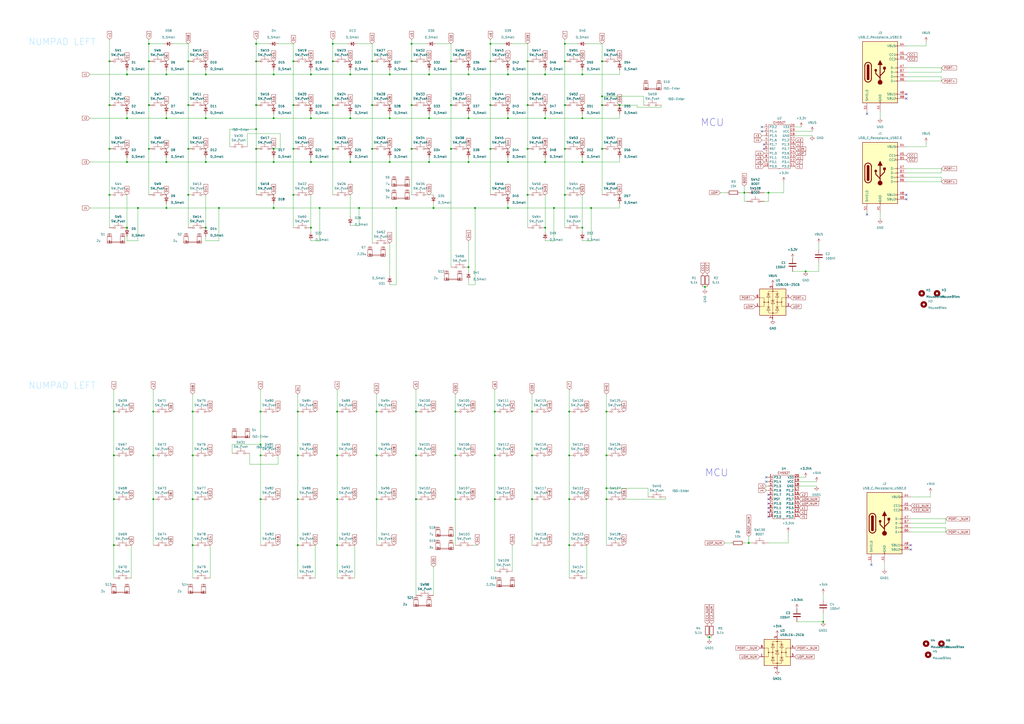
<source format=kicad_sch>
(kicad_sch (version 20230121) (generator eeschema)
  (paper "A2")
  (junction (at 119.38 93.98))
  (junction (at -20.32 44.45))
  (junction (at 337.82 68.58))
  (junction (at 158.75 93.98))
  (junction (at 349.25 35.56))
  (junction (at 195.58 264.16))
  (junction (at 148.59 60.96))
  (junction (at 66.04 238.76))
  (junction (at -113.03 38.1))
  (junction (at 109.22 86.36))
  (junction (at 327.66 113.03))
  (junction (at 349.25 86.36))
  (junction (at 195.58 289.56))
  (junction (at 351.79 264.16))
  (junction (at 111.76 264.16))
  (junction (at 316.23 93.98))
  (junction (at 330.2 264.16))
  (junction (at 172.72 264.16))
  (junction (at 226.06 43.18))
  (junction (at 80.01 120.65))
  (junction (at 411.48 369.57))
  (junction (at 151.13 289.56))
  (junction (at 151.13 264.16))
  (junction (at 261.62 60.96))
  (junction (at 109.22 35.56))
  (junction (at 170.18 113.03))
  (junction (at 109.22 113.03))
  (junction (at -43.18 95.25))
  (junction (at 431.8 111.76))
  (junction (at 308.61 238.76))
  (junction (at 127 120.65))
  (junction (at 287.02 264.16))
  (junction (at 170.18 86.36))
  (junction (at 86.36 25.4))
  (junction (at 349.25 60.96))
  (junction (at 151.13 257.81))
  (junction (at 172.72 238.76))
  (junction (at 351.79 283.21))
  (junction (at 351.79 238.76))
  (junction (at 238.76 86.36))
  (junction (at 238.76 35.56))
  (junction (at 434.34 314.96))
  (junction (at 330.2 289.56))
  (junction (at 337.82 132.08))
  (junction (at 119.38 68.58))
  (junction (at 287.02 289.56))
  (junction (at 109.22 60.96))
  (junction (at 63.5 113.03))
  (junction (at 195.58 316.23))
  (junction (at 359.41 60.96))
  (junction (at 306.07 60.96))
  (junction (at 203.2 43.18))
  (junction (at 321.31 120.65))
  (junction (at 349.25 55.88))
  (junction (at 284.48 25.4))
  (junction (at 337.82 93.98))
  (junction (at 261.62 35.56))
  (junction (at 294.64 93.98))
  (junction (at 88.9 289.56))
  (junction (at 151.13 238.76))
  (junction (at 96.52 120.65))
  (junction (at 208.28 120.65))
  (junction (at 111.76 316.23))
  (junction (at 158.75 43.18))
  (junction (at 66.04 289.56))
  (junction (at 88.9 264.16))
  (junction (at 86.36 86.36))
  (junction (at 88.9 238.76))
  (junction (at 226.06 68.58))
  (junction (at 226.06 93.98))
  (junction (at 180.34 43.18))
  (junction (at 306.07 35.56))
  (junction (at -66.04 69.85))
  (junction (at 96.52 68.58))
  (junction (at 119.38 43.18))
  (junction (at 148.59 86.36))
  (junction (at 327.66 35.56))
  (junction (at 248.92 68.58))
  (junction (at 73.66 132.08))
  (junction (at 229.87 120.65))
  (junction (at 63.5 86.36))
  (junction (at 241.3 289.56))
  (junction (at 330.2 238.76))
  (junction (at 261.62 86.36))
  (junction (at 203.2 68.58))
  (junction (at 316.23 43.18))
  (junction (at 271.78 43.18))
  (junction (at 215.9 35.56))
  (junction (at 158.75 86.36))
  (junction (at 158.75 120.65))
  (junction (at 327.66 60.96))
  (junction (at 294.64 43.18))
  (junction (at 96.52 93.98))
  (junction (at 185.42 120.65))
  (junction (at -20.32 69.85))
  (junction (at 73.66 93.98))
  (junction (at 294.64 120.65))
  (junction (at 294.64 68.58))
  (junction (at 180.34 132.08))
  (junction (at 271.78 93.98))
  (junction (at 203.2 93.98))
  (junction (at 284.48 60.96))
  (junction (at 248.92 43.18))
  (junction (at 158.75 68.58))
  (junction (at 408.94 166.37))
  (junction (at 218.44 264.16))
  (junction (at 63.5 60.96))
  (junction (at -113.03 88.9))
  (junction (at 66.04 316.23))
  (junction (at 86.36 60.96))
  (junction (at 172.72 289.56))
  (junction (at 287.02 238.76))
  (junction (at 73.66 43.18))
  (junction (at 96.52 43.18))
  (junction (at 170.18 60.96))
  (junction (at 306.07 86.36))
  (junction (at 330.2 316.23))
  (junction (at 264.16 238.76))
  (junction (at 445.77 111.76))
  (junction (at 467.36 157.48))
  (junction (at 337.82 43.18))
  (junction (at 218.44 238.76))
  (junction (at 180.34 93.98))
  (junction (at 284.48 35.56))
  (junction (at 180.34 68.58))
  (junction (at 251.46 120.65))
  (junction (at 193.04 60.96))
  (junction (at 170.18 35.56))
  (junction (at 351.79 289.56))
  (junction (at -43.18 44.45))
  (junction (at 66.04 264.16))
  (junction (at 238.76 60.96))
  (junction (at 148.59 25.4))
  (junction (at 148.59 74.93))
  (junction (at 264.16 264.16))
  (junction (at 193.04 35.56))
  (junction (at 111.76 289.56))
  (junction (at 308.61 264.16))
  (junction (at 316.23 132.08))
  (junction (at 477.52 360.68))
  (junction (at 215.9 60.96))
  (junction (at -158.75 63.5))
  (junction (at 195.58 238.76))
  (junction (at 218.44 289.56))
  (junction (at 275.59 120.65))
  (junction (at 111.76 238.76))
  (junction (at 308.61 289.56))
  (junction (at 215.9 86.36))
  (junction (at 148.59 35.56))
  (junction (at 172.72 316.23))
  (junction (at 264.16 289.56))
  (junction (at 241.3 238.76))
  (junction (at 241.3 264.16))
  (junction (at 86.36 35.56))
  (junction (at 316.23 68.58))
  (junction (at 193.04 86.36))
  (junction (at 73.66 68.58))
  (junction (at 284.48 86.36))
  (junction (at 271.78 68.58))
  (junction (at 327.66 25.4))
  (junction (at 119.38 132.08))
  (junction (at 193.04 25.4))
  (junction (at 63.5 35.56))
  (junction (at 238.76 25.4))
  (junction (at 306.07 113.03))
  (junction (at 271.78 154.94))
  (junction (at 248.92 93.98))
  (junction (at 342.9 120.65))
  (junction (at 327.66 86.36))
  (no_connect (at 444.5 279.4))
  (no_connect (at 441.96 73.66))
  (no_connect (at 525.78 115.57))
  (no_connect (at 528.32 318.77))
  (no_connect (at 445.77 287.02))
  (no_connect (at 444.5 276.86))
  (no_connect (at 528.32 316.23))
  (no_connect (at 443.23 86.36))
  (no_connect (at 443.23 83.82))
  (no_connect (at 525.78 54.61))
  (no_connect (at 445.77 297.18))
  (no_connect (at 525.78 57.15))
  (no_connect (at 445.77 299.72))
  (no_connect (at 502.92 124.46))
  (no_connect (at 445.77 289.56))
  (no_connect (at 441.96 76.2))
  (no_connect (at 502.92 66.04))
  (no_connect (at 505.46 327.66))
  (no_connect (at 445.77 292.1))
  (no_connect (at 525.78 113.03))
  (no_connect (at 445.77 294.64))
  (wire (pts (xy 52.07 93.98) (xy 73.66 93.98)))
  (wire (pts (xy 119.38 137.16) (xy 119.38 139.7)))
  (wire (pts (xy -20.32 69.85) (xy -20.32 44.45)))
  (wire (pts (xy 441.96 76.2) (xy 443.23 76.2)))
  (wire (pts (xy 513.08 326.39) (xy 513.08 330.2)))
  (wire (pts (xy 271.78 162.56) (xy 271.78 165.1)))
  (wire (pts (xy 203.2 113.03) (xy 203.2 125.73)))
  (wire (pts (xy 316.23 132.08) (xy 316.23 134.62)))
  (wire (pts (xy 327.66 25.4) (xy 335.28 25.4)))
  (wire (pts (xy 316.23 66.04) (xy 316.23 68.58)))
  (wire (pts (xy 337.82 113.03) (xy 337.82 132.08)))
  (wire (pts (xy 170.18 35.56) (xy 170.18 60.96)))
  (wire (pts (xy 375.92 283.21) (xy 351.79 283.21)))
  (wire (pts (xy -113.03 88.9) (xy -113.03 115.57)))
  (wire (pts (xy 172.72 289.56) (xy 172.72 264.16)))
  (wire (pts (xy 151.13 264.16) (xy 151.13 257.81)))
  (wire (pts (xy 337.82 68.58) (xy 359.41 68.58)))
  (wire (pts (xy -43.18 31.75) (xy -43.18 44.45)))
  (wire (pts (xy 275.59 120.65) (xy 294.64 120.65)))
  (wire (pts (xy 248.92 66.04) (xy 248.92 68.58)))
  (wire (pts (xy 316.23 91.44) (xy 316.23 93.98)))
  (wire (pts (xy 161.29 269.24) (xy 161.29 264.16)))
  (wire (pts (xy 445.77 111.76) (xy 454.66 111.76)))
  (wire (pts (xy 349.25 25.4) (xy 349.25 35.56)))
  (wire (pts (xy 284.48 60.96) (xy 284.48 35.56)))
  (wire (pts (xy 271.78 165.1) (xy 275.59 165.1)))
  (wire (pts (xy 226.06 93.98) (xy 248.92 93.98)))
  (wire (pts (xy 284.48 25.4) (xy 284.48 35.56)))
  (wire (pts (xy 407.67 166.37) (xy 408.94 166.37)))
  (wire (pts (xy 172.72 289.56) (xy 172.72 316.23)))
  (wire (pts (xy 546.1 44.45) (xy 546.1 46.99)))
  (wire (pts (xy 261.62 25.4) (xy 261.62 35.56)))
  (wire (pts (xy 66.04 226.06) (xy 66.04 238.76)))
  (wire (pts (xy 321.31 120.65) (xy 342.9 120.65)))
  (wire (pts (xy 215.9 25.4) (xy 215.9 35.56)))
  (wire (pts (xy 287.02 264.16) (xy 287.02 289.56)))
  (wire (pts (xy 66.04 264.16) (xy 66.04 289.56)))
  (wire (pts (xy 264.16 228.6) (xy 264.16 238.76)))
  (wire (pts (xy 100.33 25.4) (xy 109.22 25.4)))
  (wire (pts (xy 248.92 43.18) (xy 271.78 43.18)))
  (wire (pts (xy 337.82 139.7) (xy 342.9 139.7)))
  (wire (pts (xy 546.1 102.87) (xy 546.1 105.41)))
  (wire (pts (xy 193.04 25.4) (xy 201.93 25.4)))
  (wire (pts (xy 444.5 276.86) (xy 445.77 276.86)))
  (wire (pts (xy -113.03 38.1) (xy -113.03 88.9)))
  (wire (pts (xy 193.04 60.96) (xy 193.04 86.36)))
  (wire (pts (xy 477.52 360.68) (xy 477.52 355.6)))
  (wire (pts (xy 251.46 328.93) (xy 251.46 345.44)))
  (wire (pts (xy 411.48 369.57) (xy 412.75 369.57)))
  (wire (pts (xy 441.96 81.28) (xy 443.23 81.28)))
  (wire (pts (xy 474.98 157.48) (xy 474.98 152.4)))
  (wire (pts (xy 330.2 289.56) (xy 330.2 316.23)))
  (wire (pts (xy 193.04 25.4) (xy 193.04 35.56)))
  (wire (pts (xy 203.2 43.18) (xy 226.06 43.18)))
  (wire (pts (xy 203.2 130.81) (xy 208.28 130.81)))
  (wire (pts (xy -66.04 69.85) (xy -66.04 95.25)))
  (wire (pts (xy 525.78 100.33) (xy 546.1 100.33)))
  (wire (pts (xy 127 120.65) (xy 158.75 120.65)))
  (wire (pts (xy 109.22 60.96) (xy 109.22 86.36)))
  (wire (pts (xy 119.38 139.7) (xy 127 139.7)))
  (wire (pts (xy 431.8 314.96) (xy 434.34 314.96)))
  (wire (pts (xy 248.92 91.44) (xy 248.92 93.98)))
  (wire (pts (xy 337.82 43.18) (xy 359.41 43.18)))
  (wire (pts (xy 195.58 316.23) (xy 195.58 335.28)))
  (wire (pts (xy 349.25 35.56) (xy 349.25 55.88)))
  (wire (pts (xy 134.62 262.89) (xy 134.62 257.81)))
  (wire (pts (xy 203.2 66.04) (xy 203.2 68.58)))
  (wire (pts (xy 193.04 60.96) (xy 193.04 35.56)))
  (wire (pts (xy 63.5 113.03) (xy 63.5 132.08)))
  (wire (pts (xy 63.5 22.86) (xy 63.5 35.56)))
  (wire (pts (xy 180.34 91.44) (xy 180.34 93.98)))
  (wire (pts (xy 96.52 93.98) (xy 119.38 93.98)))
  (wire (pts (xy 510.54 123.19) (xy 510.54 127)))
  (wire (pts (xy 148.59 25.4) (xy 156.21 25.4)))
  (wire (pts (xy 445.77 116.84) (xy 445.77 111.76)))
  (wire (pts (xy 73.66 93.98) (xy 96.52 93.98)))
  (wire (pts (xy 444.5 281.94) (xy 445.77 281.94)))
  (wire (pts (xy 73.66 43.18) (xy 73.66 40.64)))
  (wire (pts (xy 185.42 139.7) (xy 185.42 120.65)))
  (wire (pts (xy 66.04 316.23) (xy 66.04 335.28)))
  (wire (pts (xy 264.16 238.76) (xy 264.16 264.16)))
  (wire (pts (xy 144.78 262.89) (xy 144.78 269.24)))
  (wire (pts (xy 383.54 62.23) (xy 369.57 62.23)))
  (wire (pts (xy 252.73 25.4) (xy 261.62 25.4)))
  (wire (pts (xy 528.32 308.61) (xy 548.64 308.61)))
  (wire (pts (xy 63.5 86.36) (xy 63.5 113.03)))
  (wire (pts (xy 238.76 25.4) (xy 238.76 35.56)))
  (wire (pts (xy -66.04 31.75) (xy -66.04 69.85)))
  (wire (pts (xy 386.08 288.29) (xy 386.08 289.56)))
  (wire (pts (xy 431.8 107.95) (xy 431.8 111.76)))
  (wire (pts (xy 207.01 25.4) (xy 215.9 25.4)))
  (wire (pts (xy 215.9 60.96) (xy 215.9 86.36)))
  (wire (pts (xy 420.37 314.96) (xy 424.18 314.96)))
  (wire (pts (xy 327.66 60.96) (xy 327.66 86.36)))
  (wire (pts (xy 109.22 60.96) (xy 109.22 35.56)))
  (wire (pts (xy 148.59 22.86) (xy 148.59 25.4)))
  (wire (pts (xy 528.32 303.53) (xy 548.64 303.53)))
  (wire (pts (xy 180.34 113.03) (xy 180.34 132.08)))
  (wire (pts (xy 229.87 120.65) (xy 251.46 120.65)))
  (wire (pts (xy 111.76 228.6) (xy 111.76 238.76)))
  (wire (pts (xy 294.64 93.98) (xy 316.23 93.98)))
  (wire (pts (xy -20.32 69.85) (xy -20.32 95.25)))
  (wire (pts (xy 327.66 35.56) (xy 327.66 60.96)))
  (wire (pts (xy 431.8 111.76) (xy 431.8 116.84)))
  (wire (pts (xy 539.75 288.29) (xy 539.75 285.75)))
  (wire (pts (xy 143.51 85.09) (xy 143.51 77.47)))
  (wire (pts (xy 369.57 62.23) (xy 369.57 60.96)))
  (wire (pts (xy 287.02 264.16) (xy 287.02 238.76)))
  (wire (pts (xy 226.06 40.64) (xy 226.06 43.18)))
  (wire (pts (xy 361.95 289.56) (xy 386.08 289.56)))
  (wire (pts (xy 308.61 264.16) (xy 308.61 289.56)))
  (wire (pts (xy 96.52 68.58) (xy 119.38 68.58)))
  (wire (pts (xy 474.98 140.97) (xy 474.98 144.78)))
  (wire (pts (xy 294.64 118.11) (xy 294.64 120.65)))
  (wire (pts (xy 182.88 316.23) (xy 182.88 335.28)))
  (wire (pts (xy 330.2 316.23) (xy 330.2 335.28)))
  (wire (pts (xy 528.32 300.99) (xy 548.64 300.99)))
  (wire (pts (xy 441.96 78.74) (xy 443.23 78.74)))
  (wire (pts (xy 261.62 60.96) (xy 261.62 86.36)))
  (wire (pts (xy 351.79 289.56) (xy 351.79 316.23)))
  (wire (pts (xy 284.48 86.36) (xy 284.48 113.03)))
  (wire (pts (xy 80.01 139.7) (xy 80.01 120.65)))
  (wire (pts (xy 340.36 25.4) (xy 349.25 25.4)))
  (wire (pts (xy 528.32 288.29) (xy 539.75 288.29)))
  (wire (pts (xy 431.8 116.84) (xy 433.07 116.84)))
  (wire (pts (xy 275.59 120.65) (xy 275.59 165.1)))
  (wire (pts (xy 525.78 85.09) (xy 537.21 85.09)))
  (wire (pts (xy 180.34 43.18) (xy 158.75 43.18)))
  (wire (pts (xy 88.9 264.16) (xy 88.9 289.56)))
  (wire (pts (xy 477.52 344.17) (xy 477.52 347.98)))
  (wire (pts (xy 195.58 264.16) (xy 195.58 289.56)))
  (wire (pts (xy 463.55 279.4) (xy 473.71 279.4)))
  (wire (pts (xy 238.76 60.96) (xy 238.76 35.56)))
  (wire (pts (xy 241.3 226.06) (xy 241.3 238.76)))
  (wire (pts (xy 96.52 118.11) (xy 96.52 120.65)))
  (wire (pts (xy 86.36 60.96) (xy 86.36 35.56)))
  (wire (pts (xy 342.9 139.7) (xy 342.9 120.65)))
  (wire (pts (xy 148.59 86.36) (xy 148.59 113.03)))
  (wire (pts (xy 330.2 226.06) (xy 330.2 238.76)))
  (wire (pts (xy 195.58 226.06) (xy 195.58 238.76)))
  (wire (pts (xy 248.92 40.64) (xy 248.92 43.18)))
  (wire (pts (xy 195.58 289.56) (xy 195.58 316.23)))
  (wire (pts (xy 461.01 73.66) (xy 464.82 73.66)))
  (wire (pts (xy 180.34 40.64) (xy 180.34 43.18)))
  (wire (pts (xy 119.38 43.18) (xy 119.38 40.64)))
  (wire (pts (xy 119.38 43.18) (xy 158.75 43.18)))
  (wire (pts (xy 86.36 22.86) (xy 86.36 25.4)))
  (wire (pts (xy 66.04 264.16) (xy 66.04 238.76)))
  (wire (pts (xy 525.78 26.67) (xy 537.21 26.67)))
  (wire (pts (xy 143.51 77.47) (xy 162.56 77.47)))
  (wire (pts (xy 271.78 91.44) (xy 271.78 93.98)))
  (wire (pts (xy 349.25 55.88) (xy 349.25 60.96)))
  (wire (pts (xy 158.75 120.65) (xy 185.42 120.65)))
  (wire (pts (xy 172.72 238.76) (xy 172.72 264.16)))
  (wire (pts (xy 444.5 284.48) (xy 445.77 284.48)))
  (wire (pts (xy 119.38 68.58) (xy 158.75 68.58)))
  (wire (pts (xy 148.59 74.93) (xy 148.59 86.36)))
  (wire (pts (xy 340.36 316.23) (xy 340.36 335.28)))
  (wire (pts (xy 96.52 91.44) (xy 96.52 93.98)))
  (wire (pts (xy 119.38 113.03) (xy 119.38 132.08)))
  (wire (pts (xy 297.18 25.4) (xy 306.07 25.4)))
  (wire (pts (xy 330.2 238.76) (xy 330.2 264.16)))
  (wire (pts (xy 88.9 289.56) (xy 88.9 316.23)))
  (wire (pts (xy 226.06 91.44) (xy 226.06 93.98)))
  (wire (pts (xy 73.66 139.7) (xy 80.01 139.7)))
  (wire (pts (xy 441.96 73.66) (xy 443.23 73.66)))
  (wire (pts (xy 170.18 113.03) (xy 170.18 132.08)))
  (wire (pts (xy 284.48 25.4) (xy 292.1 25.4)))
  (wire (pts (xy 548.64 300.99) (xy 548.64 303.53)))
  (wire (pts (xy 76.2 316.23) (xy 76.2 335.28)))
  (wire (pts (xy 205.74 316.23) (xy 205.74 335.28)))
  (wire (pts (xy 349.25 60.96) (xy 349.25 86.36)))
  (wire (pts (xy 170.18 25.4) (xy 170.18 35.56)))
  (wire (pts (xy 502.92 123.19) (xy 502.92 124.46)))
  (wire (pts (xy 238.76 25.4) (xy 247.65 25.4)))
  (wire (pts (xy 359.41 118.11) (xy 359.41 120.65)))
  (wire (pts (xy 162.56 86.36) (xy 158.75 86.36)))
  (wire (pts (xy 96.52 43.18) (xy 119.38 43.18)))
  (wire (pts (xy 546.1 97.79) (xy 546.1 100.33)))
  (wire (pts (xy 337.82 93.98) (xy 359.41 93.98)))
  (wire (pts (xy -158.75 25.4) (xy -158.75 63.5)))
  (wire (pts (xy 271.78 66.04) (xy 271.78 68.58)))
  (wire (pts (xy 271.78 43.18) (xy 294.64 43.18)))
  (wire (pts (xy 241.3 264.16) (xy 241.3 238.76)))
  (wire (pts (xy 271.78 40.64) (xy 271.78 43.18)))
  (wire (pts (xy 294.64 66.04) (xy 294.64 68.58)))
  (wire (pts (xy 148.59 35.56) (xy 148.59 60.96)))
  (wire (pts (xy -113.03 27.94) (xy -113.03 38.1)))
  (wire (pts (xy 251.46 120.65) (xy 275.59 120.65)))
  (wire (pts (xy 133.35 74.93) (xy 148.59 74.93)))
  (wire (pts (xy 151.13 226.06) (xy 151.13 238.76)))
  (wire (pts (xy 148.59 60.96) (xy 148.59 74.93)))
  (wire (pts (xy 373.38 60.96) (xy 373.38 55.88)))
  (wire (pts (xy 161.29 25.4) (xy 170.18 25.4)))
  (wire (pts (xy 180.34 139.7) (xy 185.42 139.7)))
  (wire (pts (xy 203.2 40.64) (xy 203.2 43.18)))
  (wire (pts (xy 264.16 264.16) (xy 264.16 289.56)))
  (wire (pts (xy 306.07 25.4) (xy 306.07 35.56)))
  (wire (pts (xy 369.57 60.96) (xy 359.41 60.96)))
  (wire (pts (xy 218.44 264.16) (xy 218.44 289.56)))
  (wire (pts (xy 73.66 113.03) (xy 73.66 132.08)))
  (wire (pts (xy 308.61 289.56) (xy 308.61 316.23)))
  (wire (pts (xy 287.02 226.06) (xy 287.02 238.76)))
  (wire (pts (xy 229.87 120.65) (xy 229.87 165.1)))
  (wire (pts (xy 109.22 25.4) (xy 109.22 35.56)))
  (wire (pts (xy -144.78 25.4) (xy -144.78 38.1)))
  (wire (pts (xy 327.66 113.03) (xy 327.66 132.08)))
  (wire (pts (xy 148.59 25.4) (xy 148.59 35.56)))
  (wire (pts (xy -158.75 63.5) (xy -158.75 115.57)))
  (wire (pts (xy 195.58 264.16) (xy 195.58 238.76)))
  (wire (pts (xy 238.76 60.96) (xy 238.76 86.36)))
  (wire (pts (xy 461.01 76.2) (xy 471.17 76.2)))
  (wire (pts (xy 316.23 139.7) (xy 321.31 139.7)))
  (wire (pts (xy 261.62 86.36) (xy 261.62 154.94)))
  (wire (pts (xy 238.76 22.86) (xy 238.76 25.4)))
  (wire (pts (xy 86.36 25.4) (xy 95.25 25.4)))
  (wire (pts (xy 321.31 139.7) (xy 321.31 120.65)))
  (wire (pts (xy 119.38 93.98) (xy 158.75 93.98)))
  (wire (pts (xy 284.48 22.86) (xy 284.48 25.4)))
  (wire (pts (xy 445.77 314.96) (xy 457.2 314.96)))
  (wire (pts (xy 294.64 68.58) (xy 316.23 68.58)))
  (wire (pts (xy 359.41 40.64) (xy 359.41 43.18)))
  (wire (pts (xy -43.18 95.25) (xy -43.18 121.92)))
  (wire (pts (xy 134.62 257.81) (xy 151.13 257.81)))
  (wire (pts (xy 454.66 105.41) (xy 454.66 111.76)))
  (wire (pts (xy 208.28 120.65) (xy 229.87 120.65)))
  (wire (pts (xy 226.06 165.1) (xy 229.87 165.1)))
  (wire (pts (xy 408.94 166.37) (xy 410.21 166.37)))
  (wire (pts (xy 63.5 60.96) (xy 63.5 35.56)))
  (wire (pts (xy 351.79 238.76) (xy 351.79 264.16)))
  (wire (pts (xy 80.01 120.65) (xy 96.52 120.65)))
  (wire (pts (xy 351.79 228.6) (xy 351.79 238.76)))
  (wire (pts (xy 525.78 44.45) (xy 546.1 44.45)))
  (wire (pts (xy 410.21 369.57) (xy 411.48 369.57)))
  (wire (pts (xy 330.2 264.16) (xy 330.2 289.56)))
  (wire (pts (xy 306.07 86.36) (xy 306.07 113.03)))
  (wire (pts (xy 193.04 86.36) (xy 193.04 113.03)))
  (wire (pts (xy 218.44 289.56) (xy 218.44 316.23)))
  (wire (pts (xy 525.78 105.41) (xy 546.1 105.41)))
  (wire (pts (xy 218.44 238.76) (xy 218.44 264.16)))
  (wire (pts (xy 525.78 41.91) (xy 546.1 41.91)))
  (wire (pts (xy 308.61 238.76) (xy 308.61 264.16)))
  (wire (pts (xy 349.25 86.36) (xy 349.25 113.03)))
  (wire (pts (xy 158.75 66.04) (xy 158.75 68.58)))
  (wire (pts (xy 546.1 39.37) (xy 546.1 41.91)))
  (wire (pts (xy 73.66 91.44) (xy 73.66 93.98)))
  (wire (pts (xy 457.2 308.61) (xy 457.2 314.96)))
  (wire (pts (xy 193.04 22.86) (xy 193.04 25.4)))
  (wire (pts (xy 203.2 93.98) (xy 226.06 93.98)))
  (wire (pts (xy 271.78 68.58) (xy 294.64 68.58)))
  (wire (pts (xy 248.92 93.98) (xy 271.78 93.98)))
  (wire (pts (xy 359.41 68.58) (xy 359.41 66.04)))
  (wire (pts (xy 287.02 289.56) (xy 287.02 331.47)))
  (wire (pts (xy -20.32 31.75) (xy -20.32 44.45)))
  (wire (pts (xy 121.92 316.23) (xy 121.92 335.28)))
  (wire (pts (xy 429.26 111.76) (xy 431.8 111.76)))
  (wire (pts (xy 308.61 228.6) (xy 308.61 238.76)))
  (wire (pts (xy 158.75 118.11) (xy 158.75 120.65)))
  (wire (pts (xy 431.8 111.76) (xy 433.07 111.76)))
  (wire (pts (xy 294.64 120.65) (xy 321.31 120.65)))
  (wire (pts (xy 505.46 326.39) (xy 505.46 327.66)))
  (wire (pts (xy 271.78 139.7) (xy 271.78 154.94)))
  (wire (pts (xy 215.9 35.56) (xy 215.9 60.96)))
  (wire (pts (xy 443.23 116.84) (xy 445.77 116.84)))
  (wire (pts (xy 226.06 43.18) (xy 248.92 43.18)))
  (wire (pts (xy 162.56 77.47) (xy 162.56 86.36)))
  (wire (pts (xy 408.94 166.37) (xy 408.94 167.64)))
  (wire (pts (xy 271.78 154.94) (xy 271.78 157.48)))
  (wire (pts (xy 294.64 40.64) (xy 294.64 43.18)))
  (wire (pts (xy 548.64 306.07) (xy 548.64 308.61)))
  (wire (pts (xy 73.66 43.18) (xy 96.52 43.18)))
  (wire (pts (xy 158.75 91.44) (xy 158.75 93.98)))
  (wire (pts (xy 96.52 66.04) (xy 96.52 68.58)))
  (wire (pts (xy 158.75 93.98) (xy 180.34 93.98)))
  (wire (pts (xy 383.54 60.96) (xy 383.54 62.23)))
  (wire (pts (xy 337.82 91.44) (xy 337.82 93.98)))
  (wire (pts (xy 215.9 140.97) (xy 215.9 86.36)))
  (wire (pts (xy 351.79 283.21) (xy 351.79 289.56)))
  (wire (pts (xy 185.42 120.65) (xy 208.28 120.65)))
  (wire (pts (xy 73.66 66.04) (xy 73.66 68.58)))
  (wire (pts (xy 86.36 25.4) (xy 86.36 35.56)))
  (wire (pts (xy 203.2 91.44) (xy 203.2 93.98)))
  (wire (pts (xy 170.18 86.36) (xy 170.18 113.03)))
  (wire (pts (xy 203.2 68.58) (xy 226.06 68.58)))
  (wire (pts (xy 525.78 102.87) (xy 546.1 102.87)))
  (wire (pts (xy 73.66 137.16) (xy 73.66 139.7)))
  (wire (pts (xy 373.38 55.88) (xy 349.25 55.88)))
  (wire (pts (xy 248.92 68.58) (xy 271.78 68.58)))
  (wire (pts (xy 525.78 46.99) (xy 546.1 46.99)))
  (wire (pts (xy 127 139.7) (xy 127 120.65)))
  (wire (pts (xy 238.76 86.36) (xy 238.76 113.03)))
  (wire (pts (xy 66.04 289.56) (xy 66.04 316.23)))
  (wire (pts (xy 306.07 60.96) (xy 306.07 86.36)))
  (wire (pts (xy 180.34 66.04) (xy 180.34 68.58)))
  (wire (pts (xy 316.23 68.58) (xy 337.82 68.58)))
  (wire (pts (xy 144.78 269.24) (xy 161.29 269.24)))
  (wire (pts (xy 316.23 43.18) (xy 337.82 43.18)))
  (wire (pts (xy 459.74 157.48) (xy 467.36 157.48)))
  (wire (pts (xy 158.75 43.18) (xy 158.75 40.64)))
  (wire (pts (xy 327.66 25.4) (xy 327.66 35.56)))
  (wire (pts (xy 158.75 68.58) (xy 180.34 68.58)))
  (wire (pts (xy 316.23 113.03) (xy 316.23 132.08)))
  (wire (pts (xy 86.36 86.36) (xy 86.36 113.03)))
  (wire (pts (xy 411.48 369.57) (xy 411.48 370.84)))
  (wire (pts (xy 525.78 39.37) (xy 546.1 39.37)))
  (wire (pts (xy 434.34 311.15) (xy 434.34 314.96)))
  (wire (pts (xy 96.52 120.65) (xy 127 120.65)))
  (wire (pts (xy 271.78 93.98) (xy 294.64 93.98)))
  (wire (pts (xy 537.21 85.09) (xy 537.21 82.55)))
  (wire (pts (xy -43.18 44.45) (xy -43.18 95.25)))
  (wire (pts (xy 86.36 60.96) (xy 86.36 86.36)))
  (wire (pts (xy 52.07 120.65) (xy 80.01 120.65)))
  (wire (pts (xy 151.13 289.56) (xy 151.13 316.23)))
  (wire (pts (xy 119.38 91.44) (xy 119.38 93.98)))
  (wire (pts (xy 88.9 226.06) (xy 88.9 238.76)))
  (wire (pts (xy 342.9 120.65) (xy 359.41 120.65)))
  (wire (pts (xy 337.82 132.08) (xy 337.82 134.62)))
  (wire (pts (xy 226.06 66.04) (xy 226.06 68.58)))
  (wire (pts (xy 467.36 157.48) (xy 474.98 157.48)))
  (wire (pts (xy 226.06 68.58) (xy 248.92 68.58)))
  (wire (pts (xy 170.18 86.36) (xy 170.18 60.96)))
  (wire (pts (xy 111.76 316.23) (xy 111.76 335.28)))
  (wire (pts (xy 316.23 40.64) (xy 316.23 43.18)))
  (wire (pts (xy 226.06 140.97) (xy 226.06 160.02)))
  (wire (pts (xy 180.34 68.58) (xy 203.2 68.58)))
  (wire (pts (xy 73.66 68.58) (xy 96.52 68.58)))
  (wire (pts (xy 444.5 279.4) (xy 445.77 279.4)))
  (wire (pts (xy 375.92 288.29) (xy 375.92 283.21)))
  (wire (pts (xy 306.07 113.03) (xy 306.07 132.08)))
  (wire (pts (xy 96.52 43.18) (xy 96.52 40.64)))
  (wire (pts (xy 537.21 26.67) (xy 537.21 24.13)))
  (wire (pts (xy 151.13 257.81) (xy 151.13 238.76)))
  (wire (pts (xy 294.64 91.44) (xy 294.64 93.98)))
  (wire (pts (xy 327.66 86.36) (xy 327.66 113.03)))
  (wire (pts (xy 251.46 113.03) (xy 248.92 113.03)))
  (wire (pts (xy 434.34 314.96) (xy 435.61 314.96)))
  (wire (pts (xy 316.23 93.98) (xy 337.82 93.98)))
  (wire (pts (xy 473.71 281.94) (xy 463.55 281.94)))
  (wire (pts (xy 251.46 118.11) (xy 251.46 120.65)))
  (wire (pts (xy 274.32 316.23) (xy 276.86 316.23)))
  (wire (pts (xy 359.41 91.44) (xy 359.41 93.98)))
  (wire (pts (xy 337.82 43.18) (xy 337.82 40.64)))
  (wire (pts (xy 218.44 228.6) (xy 218.44 238.76)))
  (wire (pts (xy 261.62 35.56) (xy 261.62 60.96)))
  (wire (pts (xy 208.28 130.81) (xy 208.28 120.65)))
  (wire (pts (xy 109.22 113.03) (xy 109.22 132.08)))
  (wire (pts (xy 294.64 43.18) (xy 316.23 43.18)))
  (wire (pts (xy 443.23 111.76) (xy 445.77 111.76)))
  (wire (pts (xy 172.72 316.23) (xy 172.72 335.28)))
  (wire (pts (xy 241.3 289.56) (xy 241.3 345.44)))
  (wire (pts (xy 52.07 68.58) (xy 73.66 68.58)))
  (wire (pts (xy 417.83 111.76) (xy 421.64 111.76)))
  (wire (pts (xy 471.17 78.74) (xy 461.01 78.74)))
  (wire (pts (xy 264.16 289.56) (xy 264.16 316.23)))
  (wire (pts (xy 119.38 66.04) (xy 119.38 68.58)))
  (wire (pts (xy 88.9 264.16) (xy 88.9 238.76)))
  (wire (pts (xy 351.79 264.16) (xy 351.79 283.21)))
  (wire (pts (xy 510.54 64.77) (xy 510.54 68.58)))
  (wire (pts (xy 462.28 360.68) (xy 477.52 360.68)))
  (wire (pts (xy 284.48 60.96) (xy 284.48 86.36)))
  (wire (pts (xy 306.07 35.56) (xy 306.07 60.96)))
  (wire (pts (xy 337.82 68.58) (xy 337.82 66.04)))
  (wire (pts (xy 172.72 228.6) (xy 172.72 238.76)))
  (wire (pts (xy 151.13 264.16) (xy 151.13 289.56)))
  (wire (pts (xy 297.18 316.23) (xy 297.18 331.47)))
  (wire (pts (xy 528.32 306.07) (xy 548.64 306.07)))
  (wire (pts (xy 133.35 85.09) (xy 133.35 74.93)))
  (wire (pts (xy 63.5 60.96) (xy 63.5 86.36)))
  (wire (pts (xy 463.55 276.86) (xy 467.36 276.86)))
  (wire (pts (xy 525.78 97.79) (xy 546.1 97.79)))
  (wire (pts (xy 52.07 43.18) (xy 73.66 43.18)))
  (wire (pts (xy 327.66 22.86) (xy 327.66 25.4)))
  (wire (pts (xy 111.76 289.56) (xy 111.76 316.23)))
  (wire (pts (xy 180.34 132.08) (xy 180.34 134.62)))
  (wire (pts (xy 111.76 264.16) (xy 111.76 238.76)))
  (wire (pts (xy 180.34 93.98) (xy 203.2 93.98)))
  (wire (pts (xy 111.76 264.16) (xy 111.76 289.56)))
  (wire (pts (xy 502.92 64.77) (xy 502.92 66.04)))
  (wire (pts (xy 241.3 264.16) (xy 241.3 289.56)))
  (wire (pts (xy 180.34 43.18) (xy 203.2 43.18)))
  (wire (pts (xy 109.22 86.36) (xy 109.22 113.03)))
  (text "NUMPAD LEFT" (at 16.51 226.06 0) (effects (font (size 3.81 3.81)) (justify left bottom)))
  (text "ISO-Enter" (at 387.35 58.42 0) (effects (font (size 1.27 1.27) (thickness 0.254) bold) (justify left bottom)))
  (text "MCU" (at 408.94 276.86 0) (effects (font (size 4.2 4.2)) (justify left bottom)))
  (text "ISO-Enter" (at 389.89 285.75 0) (effects (font (size 1.27 1.27) (thickness 0.254) bold) (justify left bottom)))
  (text "ISO-Enter" (at 134.62 76.2 0) (effects (font (size 1.27 1.27) (thickness 0.254) bold) (justify left bottom)))
  (text "NUMPAD LEFT" (at 16.51 26.67 0) (effects (font (size 3.81 3.81)) (justify left bottom)))
  (text "ISO-Enter" (at 148.59 260.35 0) (effects (font (size 1.27 1.27) (thickness 0.254) bold) (justify left bottom)))
  (text "MCU" (at 406.4 73.66 0) (effects (font (size 4.2 4.2)) (justify left bottom)))
  (global_label "D6" (shape input) (at -33.02 44.45 90) (property "Intersheetrefs" "${INTERSHEET_REFS}" (effects hide)))
  (global_label "r2" (shape input) (at 463.55 297.18 0) (property "Intersheetrefs" "${INTERSHEET_REFS}" (effects hide)))
  (global_label "UDM" (shape input) (at 438.15 177.8 180) (property "Intersheetrefs" "${INTERSHEET_REFS}" (effects hide)))
  (global_label "CC2_NUM" (shape input) (at 412.75 361.95 90) (property "Intersheetrefs" "${INTERSHEET_REFS}" (effects hide)))
  (global_label "c4" (shape input) (at 193.04 22.86 90) (property "Intersheetrefs" "${INTERSHEET_REFS}" (effects hide)))
  (global_label "D8" (shape input) (at -102.87 88.9 90) (property "Intersheetrefs" "${INTERSHEET_REFS}" (effects hide)))
  (global_label "D19" (shape input) (at 180.34 35.56 90) (property "Intersheetrefs" "${INTERSHEET_REFS}" (effects hide)))
  (global_label "D4" (shape input) (at 170.18 25.4 90) (property "Intersheetrefs" "${INTERSHEET_REFS}" (effects hide)))
  (global_label "UDM_NUM" (shape input) (at 440.69 381 180) (property "Intersheetrefs" "${INTERSHEET_REFS}" (effects hide)))
  (global_label "CC1" (shape input) (at 525.78 31.75 0) (property "Intersheetrefs" "${INTERSHEET_REFS}" (effects hide)))
  (global_label "D43" (shape input) (at 297.18 264.16 90) (property "Intersheetrefs" "${INTERSHEET_REFS}" (effects hide)))
  (global_label "c2" (shape input) (at 86.36 22.86 90) (property "Intersheetrefs" "${INTERSHEET_REFS}" (effects hide)))
  (global_label "D15" (shape input) (at 161.29 238.76 90) (property "Intersheetrefs" "${INTERSHEET_REFS}" (effects hide)))
  (global_label "D15" (shape input) (at 158.75 35.56 90) (property "Intersheetrefs" "${INTERSHEET_REFS}" (effects hide)))
  (global_label "PORT-" (shape input) (at 546.1 97.79 0) (property "Intersheetrefs" "${INTERSHEET_REFS}" (effects hide)))
  (global_label "D18" (shape input) (at 161.29 316.23 90) (property "Intersheetrefs" "${INTERSHEET_REFS}" (effects hide)))
  (global_label "D1" (shape input) (at -134.62 38.1 90) (property "Intersheetrefs" "${INTERSHEET_REFS}" (effects hide)))
  (global_label "D26" (shape input) (at 205.74 316.23 90) (property "Intersheetrefs" "${INTERSHEET_REFS}" (effects hide)))
  (global_label "PORT-" (shape input) (at 546.1 39.37 0) (property "Intersheetrefs" "${INTERSHEET_REFS}" (effects hide)))
  (global_label "D33" (shape input) (at 251.46 264.16 90) (property "Intersheetrefs" "${INTERSHEET_REFS}" (effects hide)))
  (global_label "r3" (shape input) (at 441.96 78.74 180) (property "Intersheetrefs" "${INTERSHEET_REFS}" (effects hide)))
  (global_label "D36" (shape input) (at 274.32 238.76 90) (property "Intersheetrefs" "${INTERSHEET_REFS}" (effects hide)))
  (global_label "D9" (shape input) (at -33.02 121.92 90) (property "Intersheetrefs" "${INTERSHEET_REFS}" (effects hide)))
  (global_label "UDM_NUM" (shape input) (at 463.55 289.56 0) (property "Intersheetrefs" "${INTERSHEET_REFS}" (effects hide)))
  (global_label "r4" (shape input) (at 441.96 81.28 180) (property "Intersheetrefs" "${INTERSHEET_REFS}" (effects hide)))
  (global_label "D38" (shape input) (at 271.78 86.36 90) (property "Intersheetrefs" "${INTERSHEET_REFS}" (effects hide)))
  (global_label "r3" (shape input) (at 444.5 281.94 180) (property "Intersheetrefs" "${INTERSHEET_REFS}" (effects hide)))
  (global_label "D7" (shape input) (at 99.06 264.16 90) (property "Intersheetrefs" "${INTERSHEET_REFS}" (effects hide)))
  (global_label "D32" (shape input) (at 248.92 35.56 90) (property "Intersheetrefs" "${INTERSHEET_REFS}" (effects hide)))
  (global_label "D42" (shape input) (at 297.18 238.76 90) (property "Intersheetrefs" "${INTERSHEET_REFS}" (effects hide)))
  (global_label "D52" (shape input) (at 337.82 86.36 90) (property "Intersheetrefs" "${INTERSHEET_REFS}" (effects hide)))
  (global_label "D56" (shape input) (at 359.41 86.36 90) (property "Intersheetrefs" "${INTERSHEET_REFS}" (effects hide)))
  (global_label "D38" (shape input) (at 274.32 289.56 90) (property "Intersheetrefs" "${INTERSHEET_REFS}" (effects hide)))
  (global_label "D36" (shape input) (at 271.78 35.56 90) (property "Intersheetrefs" "${INTERSHEET_REFS}" (effects hide)))
  (global_label "D32" (shape input) (at 251.46 238.76 90) (property "Intersheetrefs" "${INTERSHEET_REFS}" (effects hide)))
  (global_label "D47" (shape input) (at 316.23 60.96 90) (property "Intersheetrefs" "${INTERSHEET_REFS}" (effects hide)))
  (global_label "D34" (shape input) (at 248.92 86.36 90) (property "Intersheetrefs" "${INTERSHEET_REFS}" (effects hide)))
  (global_label "D12" (shape input) (at -10.16 69.85 90) (property "Intersheetrefs" "${INTERSHEET_REFS}" (effects hide)))
  (global_label "D50" (shape input) (at 340.36 238.76 90) (property "Intersheetrefs" "${INTERSHEET_REFS}" (effects hide)))
  (global_label "D10" (shape input) (at -10.16 44.45 90) (property "Intersheetrefs" "${INTERSHEET_REFS}" (effects hide)))
  (global_label "D10" (shape input) (at 121.92 238.76 90) (property "Intersheetrefs" "${INTERSHEET_REFS}" (effects hide)))
  (global_label "D39" (shape input) (at 308.61 228.6 90) (property "Intersheetrefs" "${INTERSHEET_REFS}" (effects hide)))
  (global_label "D8" (shape input) (at 96.52 86.36 90) (property "Intersheetrefs" "${INTERSHEET_REFS}" (effects hide)))
  (global_label "CC1" (shape input) (at 525.78 90.17 0) (property "Intersheetrefs" "${INTERSHEET_REFS}" (effects hide)))
  (global_label "c1" (shape input) (at 63.5 22.86 90) (property "Intersheetrefs" "${INTERSHEET_REFS}" (effects hide)))
  (global_label "c1" (shape input) (at 66.04 226.06 90) (property "Intersheetrefs" "${INTERSHEET_REFS}" (effects hide)))
  (global_label "PORT+" (shape input) (at 546.1 46.99 0) (property "Intersheetrefs" "${INTERSHEET_REFS}" (effects hide)))
  (global_label "D3" (shape input) (at -55.88 95.25 90) (property "Intersheetrefs" "${INTERSHEET_REFS}" (effects hide)))
  (global_label "PORT-_NUM" (shape input) (at 548.64 300.99 0) (property "Intersheetrefs" "${INTERSHEET_REFS}" (effects hide)))
  (global_label "D11" (shape input) (at 121.92 264.16 90) (property "Intersheetrefs" "${INTERSHEET_REFS}" (effects hide)))
  (global_label "D58" (shape input) (at -113.03 27.94 90) (property "Intersheetrefs" "${INTERSHEET_REFS}" (effects hide)))
  (global_label "D2" (shape input) (at -148.59 63.5 90) (property "Intersheetrefs" "${INTERSHEET_REFS}" (effects hide)))
  (global_label "r1" (shape input) (at 463.55 299.72 0) (property "Intersheetrefs" "${INTERSHEET_REFS}" (effects hide)))
  (global_label "D29" (shape input) (at 228.6 289.56 90) (property "Intersheetrefs" "${INTERSHEET_REFS}" (effects hide)))
  (global_label "D7" (shape input) (at 96.52 60.96 90) (property "Intersheetrefs" "${INTERSHEET_REFS}" (effects hide)))
  (global_label "D20" (shape input) (at 182.88 264.16 90) (property "Intersheetrefs" "${INTERSHEET_REFS}" (effects hide)))
  (global_label "D28" (shape input) (at 228.6 264.16 90) (property "Intersheetrefs" "${INTERSHEET_REFS}" (effects hide)))
  (global_label "c7" (shape input) (at 330.2 226.06 90) (property "Intersheetrefs" "${INTERSHEET_REFS}" (effects hide)))
  (global_label "D45" (shape input) (at 294.64 113.03 90) (property "Intersheetrefs" "${INTERSHEET_REFS}" (effects hide)))
  (global_label "D26" (shape input) (at 203.2 113.03 90) (property "Intersheetrefs" "${INTERSHEET_REFS}" (effects hide)))
  (global_label "D48" (shape input) (at 316.23 86.36 90) (property "Intersheetrefs" "${INTERSHEET_REFS}" (effects hide)))
  (global_label "c1" (shape input) (at -158.75 25.4 90) (property "Intersheetrefs" "${INTERSHEET_REFS}" (effects hide)))
  (global_label "D17" (shape input) (at 161.29 289.56 90) (property "Intersheetrefs" "${INTERSHEET_REFS}" (effects hide)))
  (global_label "D17" (shape input) (at 158.75 86.36 90) (property "Intersheetrefs" "${INTERSHEET_REFS}" (effects hide)))
  (global_label "D58" (shape input) (at 111.76 228.6 90) (property "Intersheetrefs" "${INTERSHEET_REFS}" (effects hide)))
  (global_label "D27" (shape input) (at 228.6 238.76 90) (property "Intersheetrefs" "${INTERSHEET_REFS}" (effects hide)))
  (global_label "UDP_NUM" (shape input) (at 420.37 314.96 180) (property "Intersheetrefs" "${INTERSHEET_REFS}" (effects hide)))
  (global_label "PORT+_NUM" (shape input) (at 461.01 375.92 0) (property "Intersheetrefs" "${INTERSHEET_REFS}" (effects hide)))
  (global_label "D9" (shape input) (at 99.06 316.23 90) (property "Intersheetrefs" "${INTERSHEET_REFS}" (effects hide)))
  (global_label "c5" (shape input) (at 238.76 22.86 90) (property "Intersheetrefs" "${INTERSHEET_REFS}" (effects hide)))
  (global_label "D53" (shape input) (at 337.82 113.03 90) (property "Intersheetrefs" "${INTERSHEET_REFS}" (effects hide)))
  (global_label "c3" (shape input) (at 461.01 81.28 0) (property "Intersheetrefs" "${INTERSHEET_REFS}" (effects hide)))
  (global_label "D53" (shape input) (at 340.36 316.23 90) (property "Intersheetrefs" "${INTERSHEET_REFS}" (effects hide)))
  (global_label "D6" (shape input) (at 99.06 238.76 90) (property "Intersheetrefs" "${INTERSHEET_REFS}" (effects hide)))
  (global_label "D2" (shape input) (at -55.88 69.85 90) (property "Intersheetrefs" "${INTERSHEET_REFS}" (effects hide)))
  (global_label "D23" (shape input) (at 205.74 238.76 90) (property "Intersheetrefs" "${INTERSHEET_REFS}" (effects hide)))
  (global_label "BOOT_NUM" (shape input) (at 434.34 311.15 90) (property "Intersheetrefs" "${INTERSHEET_REFS}" (effects hide)))
  (global_label "D43" (shape input) (at 294.64 60.96 90) (property "Intersheetrefs" "${INTERSHEET_REFS}" (effects hide)))
  (global_label "D8" (shape input) (at 99.06 289.56 90) (property "Intersheetrefs" "${INTERSHEET_REFS}" (effects hide)))
  (global_label "D31" (shape input) (at 228.6 316.23 90) (property "Intersheetrefs" "${INTERSHEET_REFS}" (effects hide)))
  (global_label "c3" (shape input) (at 148.59 22.86 90) (property "Intersheetrefs" "${INTERSHEET_REFS}" (effects hide)))
  (global_label "D35" (shape input) (at 248.92 113.03 90) (property "Intersheetrefs" "${INTERSHEET_REFS}" (effects hide)))
  (global_label "CC1_NUM" (shape input) (at 528.32 293.37 0) (property "Intersheetrefs" "${INTERSHEET_REFS}" (effects hide)))
  (global_label "D2" (shape input) (at 76.2 264.16 90) (property "Intersheetrefs" "${INTERSHEET_REFS}" (effects hide)))
  (global_label "D56" (shape input) (at 361.95 289.56 90) (property "Intersheetrefs" "${INTERSHEET_REFS}" (effects hide)))
  (global_label "D34" (shape input) (at 251.46 289.56 90) (property "Intersheetrefs" "${INTERSHEET_REFS}" (effects hide)))
  (global_label "D29" (shape input) (at 226.06 86.36 90) (property "Intersheetrefs" "${INTERSHEET_REFS}" (effects hide)))
  (global_label "c1" (shape input) (at 463.55 294.64 0) (property "Intersheetrefs" "${INTERSHEET_REFS}" (effects hide)))
  (global_label "D52" (shape input) (at 340.36 289.56 90) (property "Intersheetrefs" "${INTERSHEET_REFS}" (effects hide)))
  (global_label "D55" (shape input) (at 361.95 264.16 90) (property "Intersheetrefs" "${INTERSHEET_REFS}" (effects hide)))
  (global_label "D45" (shape input) (at 297.18 316.23 90) (property "Intersheetrefs" "${INTERSHEET_REFS}" (effects hide)))
  (global_label "D51" (shape input) (at 340.36 264.16 90) (property "Intersheetrefs" "${INTERSHEET_REFS}" (effects hide)))
  (global_label "D54" (shape input) (at 361.95 238.76 90) (property "Intersheetrefs" "${INTERSHEET_REFS}" (effects hide)))
  (global_label "c4" (shape input) (at 443.23 88.9 180) (property "Intersheetrefs" "${INTERSHEET_REFS}" (effects hide)))
  (global_label "CC2" (shape input) (at 525.78 34.29 0) (property "Intersheetrefs" "${INTERSHEET_REFS}" (effects hide)))
  (global_label "D58" (shape input) (at -20.32 31.75 90) (property "Intersheetrefs" "${INTERSHEET_REFS}" (effects hide)))
  (global_label "r3" (shape input) (at 52.07 93.98 180) (property "Intersheetrefs" "${INTERSHEET_REFS}" (effects hide)))
  (global_label "c1" (shape input) (at -66.04 31.75 90) (property "Intersheetrefs" "${INTERSHEET_REFS}" (effects hide)))
  (global_label "PORT+_NUM" (shape input) (at 548.64 308.61 0) (property "Intersheetrefs" "${INTERSHEET_REFS}" (effects hide)))
  (global_label "D39" (shape input) (at 306.07 25.4 90) (property "Intersheetrefs" "${INTERSHEET_REFS}" (effects hide)))
  (global_label "D28" (shape input) (at 226.06 60.96 90) (property "Intersheetrefs" "${INTERSHEET_REFS}" (effects hide)))
  (global_label "BOOT" (shape input) (at 431.8 107.95 90) (property "Intersheetrefs" "${INTERSHEET_REFS}" (effects hide)))
  (global_label "PORT-_NUM" (shape input) (at 440.69 375.92 180) (property "Intersheetrefs" "${INTERSHEET_REFS}" (effects hide)))
  (global_label "D27" (shape input) (at 226.06 35.56 90) (property "Intersheetrefs" "${INTERSHEET_REFS}" (effects hide)))
  (global_label "D24" (shape input) (at 203.2 60.96 90) (property "Intersheetrefs" "${INTERSHEET_REFS}" (effects hide)))
  (global_label "D21" (shape input) (at 180.34 86.36 90) (property "Intersheetrefs" "${INTERSHEET_REFS}" (effects hide)))
  (global_label "c7" (shape input) (at 327.66 22.86 90) (property "Intersheetrefs" "${INTERSHEET_REFS}" (effects hide)))
  (global_label "PORT+" (shape input) (at 458.47 172.72 0) (property "Intersheetrefs" "${INTERSHEET_REFS}" (effects hide)))
  (global_label "r2" (shape input) (at 52.07 68.58 180) (property "Intersheetrefs" "${INTERSHEET_REFS}" (effects hide)))
  (global_label "D13" (shape input) (at 218.44 228.6 90) (property "Intersheetrefs" "${INTERSHEET_REFS}" (effects hide)))
  (global_label "D57" (shape input) (at 361.95 316.23 90) (property "Intersheetrefs" "${INTERSHEET_REFS}" (effects hide)))
  (global_label "D33" (shape input) (at 248.92 60.96 90) (property "Intersheetrefs" "${INTERSHEET_REFS}" (effects hide)))
  (global_label "CC1" (shape input) (at 407.67 158.75 90) (property "Intersheetrefs" "${INTERSHEET_REFS}" (effects hide)))
  (global_label "D51" (shape input) (at 337.82 60.96 90) (property "Intersheetrefs" "${INTERSHEET_REFS}" (effects hide)))
  (global_label "D14" (shape input) (at -10.16 95.25 90) (property "Intersheetrefs" "${INTERSHEET_REFS}" (effects hide)))
  (global_label "D4" (shape input) (at 172.72 228.6 90) (property "Intersheetrefs" "${INTERSHEET_REFS}" (effects hide)))
  (global_label "UDP_NUM" (shape input) (at 461.01 381 0) (property "Intersheetrefs" "${INTERSHEET_REFS}" (effects hide)))
  (global_label "D5" (shape input) (at 76.2 316.23 90) (property "Intersheetrefs" "${INTERSHEET_REFS}" (effects hide)))
  (global_label "D13" (shape input) (at 215.9 25.4 90) (property "Intersheetrefs" "${INTERSHEET_REFS}" (effects hide)))
  (global_label "c4" (shape input) (at 195.58 226.06 90) (property "Intersheetrefs" "${INTERSHEET_REFS}" (effects hide)))
  (global_label "D37" (shape input) (at 274.32 264.16 90) (property "Intersheetrefs" "${INTERSHEET_REFS}" (effects hide)))
  (global_label "D46" (shape input) (at 316.23 35.56 90) (property "Intersheetrefs" "${INTERSHEET_REFS}" (effects hide)))
  (global_label "D3" (shape input) (at 76.2 289.56 90) (property "Intersheetrefs" "${INTERSHEET_REFS}" (effects hide)))
  (global_label "D11" (shape input) (at -102.87 38.1 90) (property "Intersheetrefs" "${INTERSHEET_REFS}" (effects hide)))
  (global_label "D6" (shape input) (at 96.52 35.56 90) (property "Intersheetrefs" "${INTERSHEET_REFS}" (effects hide)))
  (global_label "c2" (shape input) (at -144.78 25.4 90) (property "Intersheetrefs" "${INTERSHEET_REFS}" (effects hide)))
  (global_label "D24" (shape input) (at 205.74 264.16 90) (property "Intersheetrefs" "${INTERSHEET_REFS}" (effects hide)))
  (global_label "PORT-" (shape input) (at 438.15 172.72 180) (property "Intersheetrefs" "${INTERSHEET_REFS}" (effects hide)))
  (global_label "D50" (shape input) (at 337.82 35.56 90) (property "Intersheetrefs" "${INTERSHEET_REFS}" (effects hide)))
  (global_label "D57" (shape input) (at 359.41 113.03 90) (property "Intersheetrefs" "${INTERSHEET_REFS}" (effects hide)))
  (global_label "D23" (shape input) (at 203.2 35.56 90) (property "Intersheetrefs" "${INTERSHEET_REFS}" (effects hide)))
  (global_label "c5" (shape input) (at 241.3 226.06 90) (property "Intersheetrefs" "${INTERSHEET_REFS}" (effects hide)))
  (global_label "c1" (shape input) (at 461.01 91.44 0) (property "Intersheetrefs" "${INTERSHEET_REFS}" (effects hide)))
  (global_label "D1" (shape input) (at 76.2 238.76 90) (property "Intersheetrefs" "${INTERSHEET_REFS}" (effects hide)))
  (global_label "D30" (shape input) (at 264.16 228.6 90) (property "Intersheetrefs" "${INTERSHEET_REFS}" (effects hide)))
  (global_label "D2" (shape input) (at 73.66 60.96 90) (property "Intersheetrefs" "${INTERSHEET_REFS}" (effects hide)))
  (global_label "D58" (shape input) (at 109.22 25.4 90) (property "Intersheetrefs" "${INTERSHEET_REFS}" (effects hide)))
  (global_label "D16" (shape input) (at 161.29 264.16 90) (property "Intersheetrefs" "${INTERSHEET_REFS}" (effects hide)))
  (global_label "D3" (shape input) (at -148.59 115.57 90) (property "Intersheetrefs" "${INTERSHEET_REFS}" (effects hide)))
  (global_label "D12" (shape input) (at 119.38 86.36 90) (property "Intersheetrefs" "${INTERSHEET_REFS}" (effects hide)))
  (global_label "D49" (shape input) (at 318.77 316.23 90) (property "Intersheetrefs" "${INTERSHEET_REFS}" (effects hide)))
  (global_label "D37" (shape input) (at 271.78 60.96 90) (property "Intersheetrefs" "${INTERSHEET_REFS}" (effects hide)))
  (global_label "D21" (shape input) (at 182.88 289.56 90) (property "Intersheetrefs" "${INTERSHEET_REFS}" (effects hide)))
  (global_label "D14" (shape input) (at 121.92 316.23 90) (property "Intersheetrefs" "${INTERSHEET_REFS}" (effects hide)))
  (global_label "D44" (shape input) (at 297.18 289.56 90) (property "Intersheetrefs" "${INTERSHEET_REFS}" (effects hide)))
  (global_label "D49" (shape input) (at 316.23 113.03 90) (property "Intersheetrefs" "${INTERSHEET_REFS}" (effects hide)))
  (global_label "CC2" (shape input) (at 525.78 92.71 0) (property "Intersheetrefs" "${INTERSHEET_REFS}" (effects hide)))
  (global_label "c3" (shape input) (at 151.13 226.06 90) (property "Intersheetrefs" "${INTERSHEET_REFS}" (effects hide)))
  (global_label "UDP" (shape input) (at 461.01 88.9 0) (property "Intersheetrefs" "${INTERSHEET_REFS}" (effects hide)))
  (global_label "D19" (shape input) (at 182.88 238.76 90) (property "Intersheetrefs" "${INTERSHEET_REFS}" (effects hide)))
  (global_label "D18" (shape input) (at 158.75 113.03 90) (property "Intersheetrefs" "${INTERSHEET_REFS}" (effects hide)))
  (global_label "D30" (shape input) (at 261.62 25.4 90) (property "Intersheetrefs" "${INTERSHEET_REFS}" (effects hide)))
  (global_label "c7" (shape input) (at 443.23 96.52 180) (property "Intersheetrefs" "${INTERSHEET_REFS}" (effects hide)))
  (global_label "r1" (shape input) (at 52.07 43.18 180) (property "Intersheetrefs" "${INTERSHEET_REFS}" (effects hide)))
  (global_label "D5" (shape input) (at 73.66 113.03 90) (property "Intersheetrefs" "${INTERSHEET_REFS}" (effects hide)))
  (global_label "c2" (shape input) (at 463.55 287.02 0) (property "Intersheetrefs" "${INTERSHEET_REFS}" (effects hide)))
  (global_label "c6" (shape input) (at 443.23 93.98 180) (property "Intersheetrefs" "${INTERSHEET_REFS}" (effects hide)))
  (global_label "r1" (shape input) (at 461.01 96.52 0) (property "Intersheetrefs" "${INTERSHEET_REFS}" (effects hide)))
  (global_label "PORT+" (shape input) (at 546.1 105.41 0) (property "Intersheetrefs" "${INTERSHEET_REFS}" (effects hide)))
  (global_label "c5" (shape input) (at 443.23 91.44 180) (property "Intersheetrefs" "${INTERSHEET_REFS}" (effects hide)))
  (global_label "UDM" (shape input) (at 461.01 86.36 0) (property "Intersheetrefs" "${INTERSHEET_REFS}" (effects hide)))
  (global_label "D16" (shape input) (at 158.75 60.96 90) (property "Intersheetrefs" "${INTERSHEET_REFS}" (effects hide)))
  (global_label "c6" (shape input) (at 284.48 22.86 90) (property "Intersheetrefs" "${INTERSHEET_REFS}" (effects hide)))
  (global_label "c2" (shape input) (at 88.9 226.06 90) (property "Intersheetrefs" "${INTERSHEET_REFS}" (effects hide)))
  (global_label "D11" (shape input) (at 119.38 60.96 90) (property "Intersheetrefs" "${INTERSHEET_REFS}" (effects hide)))
  (global_label "D54" (shape input) (at 359.41 35.56 90) (property "Intersheetrefs" "${INTERSHEET_REFS}" (effects hide)))
  (global_label "D12" (shape input) (at 121.92 289.56 90) (property "Intersheetrefs" "${INTERSHEET_REFS}" (effects hide)))
  (global_label "D41" (shape input) (at 276.86 316.23 90) (property "Intersheetrefs" "${INTERSHEET_REFS}" (effects hide)))
  (global_label "D14" (shape input) (at 119.38 113.03 90) (property "Intersheetrefs" "${INTERSHEET_REFS}" (effects hide)))
  (global_label "D1" (shape input) (at 73.66 35.56 90) (property "Intersheetrefs" "${INTERSHEET_REFS}" (effects hide)))
  (global_label "D22" (shape input) (at 180.34 113.03 90) (property "Intersheetrefs" "${INTERSHEET_REFS}" (effects hide)))
  (global_label "D55" (shape input) (at 359.41 60.96 90) (property "Intersheetrefs" "${INTERSHEET_REFS}" (effects hide)))
  (global_label "r2" (shape input) (at 461.01 93.98 0) (property "Intersheetrefs" "${INTERSHEET_REFS}" (effects hide)))
  (global_label "r4" (shape input) (at 52.07 120.65 180) (property "Intersheetrefs" "${INTERSHEET_REFS}" (effects hide)))
  (global_label "c6" (shape input) (at 287.02 226.06 90) (property "Intersheetrefs" "${INTERSHEET_REFS}" (effects hide)))
  (global_label "D9" (shape input) (at 96.52 113.03 90) (property "Intersheetrefs" "${INTERSHEET_REFS}" (effects hide)))
  (global_label "c2" (shape input) (at -43.18 31.75 90) (property "Intersheetrefs" "${INTERSHEET_REFS}" (effects hide)))
  (global_label "D8" (shape input) (at -33.02 95.25 90) (property "Intersheetrefs" "${INTERSHEET_REFS}" (effects hide)))
  (global_label "r4" (shape input) (at 444.5 284.48 180) (property "Intersheetrefs" "${INTERSHEET_REFS}" (effects hide)))
  (global_label "CC2" (shape input) (at 410.21 158.75 90) (property "Intersheetrefs" "${INTERSHEET_REFS}" (effects hide)))
  (global_label "D42" (shape input) (at 294.64 35.56 90) (property "Intersheetrefs" "${INTERSHEET_REFS}" (effects hide)))
  (global_label "D31" (shape input) (at 226.06 140.97 90) (property "Intersheetrefs" "${INTERSHEET_REFS}" (effects hide)))
  (global_label "D40" (shape input) (at 351.79 228.6 90) (property "Intersheetrefs" "${INTERSHEET_REFS}" (effects hide)))
  (global_label "D35" (shape input) (at 251.46 328.93 90) (property "Intersheetrefs" "${INTERSHEET_REFS}" (effects hide)))
  (global_label "UDP_NUM" (shape input) (at 463.55 292.1 0) (property "Intersheetrefs" "${INTERSHEET_REFS}" (effects hide)))
  (global_label "D20" (shape input) (at 180.34 60.96 90) (property "Intersheetrefs" "${INTERSHEET_REFS}" (effects hide)))
  (global_label "D40" (shape input) (at 349.25 25.4 90) (property "Intersheetrefs" "${INTERSHEET_REFS}" (effects hide)))
  (global_label "D14" (shape input) (at -102.87 115.57 90) (property "Intersheetrefs" "${INTERSHEET_REFS}" (effects hide)))
  (global_label "D3" (shape input) (at 73.66 86.36 90) (property "Intersheetrefs" "${INTERSHEET_REFS}" (effects hide)))
  (global_label "D25" (shape input) (at 205.74 289.56 90) (property "Intersheetrefs" "${INTERSHEET_REFS}" (effects hide)))
  (global_label "D41" (shape input) (at 271.78 139.7 90) (property "Intersheetrefs" "${INTERSHEET_REFS}" (effects hide)))
  (global_label "D48" (shape input) (at 318.77 289.56 90) (property "Intersheetrefs" "${INTERSHEET_REFS}" (effects hide)))
  (global_label "D46" (shape input) (at 318.77 238.76 90) (property "Intersheetrefs" "${INTERSHEET_REFS}" (effects hide)))
  (global_label "D25" (shape input) (at 203.2 86.36 90) (property "Intersheetrefs" "${INTERSHEET_REFS}" (effects hide)))
  (global_label "D47" (shape input) (at 318.77 264.16 90) (property "Intersheetrefs" "${INTERSHEET_REFS}" (effects hide)))
  (global_label "UDP" (shape input) (at 417.83 111.76 180) (property "Intersheetrefs" "${INTERSHEET_REFS}" (effects hide)))
  (global_label "UDP" (shape input) (at 458.47 177.8 0) (property "Intersheetrefs" "${INTERSHEET_REFS}" (effects hide)))
  (global_label "D22" (shape input) (at 182.88 316.23 90) (property "Intersheetrefs" "${INTERSHEET_REFS}" (effects hide)))
  (global_label "CC1_NUM" (shape input) (at 410.21 361.95 90) (property "Intersheetrefs" "${INTERSHEET_REFS}" (effects hide)))
  (global_label "D44" (shape input) (at 294.64 86.36 90) (property "Intersheetrefs" "${INTERSHEET_REFS}" (effects hide)))
  (global_label "CC2_NUM" (shape input) (at 528.32 295.91 0) (property "Intersheetrefs" "${INTERSHEET_REFS}" (effects hide)))
  (global_label "D10" (shape input) (at 119.38 35.56 90) (property "Intersheetrefs" "${INTERSHEET_REFS}" (effects hide)))
  (global_label "c2" (shape input) (at 461.01 83.82 0) (property "Intersheetrefs" "${INTERSHEET_REFS}" (effects hide)))
  (symbol (lib_id "Switch:SW_Push") (at 223.52 316.23 0) (unit 1)
    (property "Reference" "SW41" (at 223.52 309.88 0))
    (property "Value" "SW_Push" (at 223.52 312.42 0))
    (property "Footprint" "weteor:CherryMX_Hotswap_3d" (effects hide))
  )
  (symbol (lib_id "Switch:SW_Push") (at 292.1 331.47 0) (mirror y) (unit 1)
    (property "Reference" "SW109" (at 292.1 325.12 0))
    (property "Value" "SW_Push" (at 292.1 327.66 0))
    (property "Footprint" "weteor:CherryMX_Hotswap_3d" (effects hide))
  )
  (symbol (lib_id "Switch:SW_Push") (at 114.3 35.56 0) (mirror y) (unit 1)
    (property "Reference" "SW10" (at 114.3 29.21 0))
    (property "Value" "SW_Push" (at 114.3 31.75 0))
    (property "Footprint" "weteor:CherryMX_Hotswap_3d_Socketfront" (effects hide))
  )
  (symbol (lib_id "Power_Protection:USBLC6-2SC6") (at 448.31 175.26 0) (unit 1)
    (property "Reference" "U1" (at 449.9611 162.56 0) (effects (justify left)))
    (property "Value" "USBLC6-2SC6" (at 449.9611 165.1 0) (effects (justify left)))
    (property "Footprint" "Package_TO_SOT_SMD:SOT-23-6" (effects hide))
    (property "Datasheet" "https://www.st.com/resource/en/datasheet/usblc6-2.pdf" (effects hide))
    (property "JLCPCB_CORRECTION" "0; 0; 270" (effects hide))
    (property "LCSC" "C2687116" (effects hide))
  )
  (symbol (lib_id "Device:D_Small") (at 359.41 63.5 270) (unit 1)
    (property "Reference" "D55" (at 361.95 61.5949 90) (effects (justify left)))
    (property "Value" "D_Small" (at 361.95 65.4049 90) (effects (justify left)))
    (property "Footprint" "weteor:D_SOD-123" (effects hide))
    (property "Sim.Device" "D" (effects hide))
    (property "Sim.Pins" "1=K 2=A" (effects hide))
  )
  (symbol (lib_id "Device:C") (at 459.74 153.67 0) (unit 1)
    (property "Reference" "C1" (at 455.93 152.4 0) (effects (justify right)))
    (property "Value" "100nF" (at 455.93 154.94 0) (effects (justify right)))
    (property "Footprint" "weteor:C_0603_HandSolder" (effects hide))
    (property "LCSC" "C1525" (effects hide))
  )
  (symbol (lib_id "Device:D_Small") (at 248.92 88.9 90) (unit 1)
    (property "Reference" "D34" (at 251.46 86.9949 90) (effects (justify right)))
    (property "Value" "D_Small" (at 251.46 90.8049 90) (effects (justify right)))
    (property "Footprint" "weteor:D_SOD-123" (effects hide))
    (property "Sim.Device" "D" (effects hide))
    (property "Sim.Pins" "1=K 2=A" (effects hide))
  )
  (symbol (lib_id "power:GND") (at 408.94 167.64 0) (mirror y) (unit 1)
    (property "Reference" "#PWR03" (effects hide))
    (property "Value" "GND" (at 408.94 171.45 90) (effects (justify right)))
  )
  (symbol (lib_id "Switch:SW_Push") (at 335.28 335.28 0) (mirror y) (unit 1)
    (property "Reference" "SW124" (at 335.28 328.93 0))
    (property "Value" "SW_Push" (at 335.28 331.47 0))
    (property "Footprint" "weteor:CherryMX_Hotswap_1.25u" (effects hide))
  )
  (symbol (lib_id "PCM_marbastlib-mx:MX_stab") (at 218.44 146.05 0) (unit 1)
    (property "Reference" "S7" (at 209.55 143.51 0) (effects (justify left)))
    (property "Value" "2.25u" (at 207.01 147.32 0) (effects (justify left)))
    (property "Footprint" "PCM_marbastlib-mx:STAB_MX_P_2.25u" (effects hide))
  )
  (symbol (lib_id "Switch:SW_Push") (at 311.15 35.56 0) (unit 1)
    (property "Reference" "SW47" (at 311.15 29.21 0))
    (property "Value" "SW_Push" (at 311.15 31.75 0))
    (property "Footprint" "weteor:CherryMX_Hotswap_3d_Socketfront" (effects hide))
  )
  (symbol (lib_id "Device:R") (at 410.21 162.56 0) (mirror y) (unit 1)
    (property "Reference" "R2" (at 415.29 161.29 0))
    (property "Value" "5.1k" (at 415.29 163.83 0))
    (property "Footprint" "weteor:R_0603_HandSolder" (effects hide))
  )
  (symbol (lib_id "Switch:SW_Push") (at 220.98 86.36 0) (unit 1)
    (property "Reference" "SW29" (at 220.98 80.01 0))
    (property "Value" "SW_Push" (at 220.98 82.55 0))
    (property "Footprint" "weteor:CherryMX_Hotswap_3d_Socketfront" (effects hide))
  )
  (symbol (lib_id "Switch:SW_Push") (at 223.52 264.16 0) (unit 1)
    (property "Reference" "SW95" (at 223.52 257.81 0))
    (property "Value" "SW_Push" (at 223.52 260.35 0))
    (property "Footprint" "weteor:CherryMX_Hotswap_3d_Socketfront" (effects hide))
  )
  (symbol (lib_id "Device:D_Small") (at 73.66 88.9 90) (unit 1)
    (property "Reference" "D3" (at 76.2 86.9949 90) (effects (justify right)))
    (property "Value" "D_Small" (at 76.2 90.8049 90) (effects (justify right)))
    (property "Footprint" "weteor:D_SOD-123" (effects hide))
    (property "Sim.Device" "D" (effects hide))
    (property "Sim.Pins" "1=K 2=A" (effects hide))
  )
  (symbol (lib_id "Device:D_Small") (at 316.23 88.9 270) (unit 1)
    (property "Reference" "D48" (at 318.77 86.9949 90) (effects (justify left)))
    (property "Value" "D_Small" (at 318.77 90.8049 90) (effects (justify left)))
    (property "Footprint" "weteor:D_SOD-123" (effects hide))
    (property "Sim.Device" "D" (effects hide))
    (property "Sim.Pins" "1=K 2=A" (effects hide))
  )
  (symbol (lib_id "power:GND1") (at 513.08 330.2 0) (unit 1)
    (property "Reference" "#PWR021" (effects hide))
    (property "Value" "GND1" (at 513.08 335.28 0))
  )
  (symbol (lib_id "Device:D_Small") (at 316.23 38.1 270) (unit 1)
    (property "Reference" "D46" (at 318.77 36.1949 90) (effects (justify left)))
    (property "Value" "D_Small" (at 318.77 40.0049 90) (effects (justify left)))
    (property "Footprint" "weteor:D_SOD-123" (effects hide))
    (property "Sim.Device" "D" (effects hide))
    (property "Sim.Pins" "1=K 2=A" (effects hide))
  )
  (symbol (lib_id "Switch:SW_Push") (at 177.8 335.28 0) (mirror y) (unit 1)
    (property "Reference" "SW88" (at 177.8 328.93 0))
    (property "Value" "SW_Push" (at 177.8 331.47 0))
    (property "Footprint" "weteor:CherryMX_Hotswap_1.25u" (effects hide))
  )
  (symbol (lib_id "Switch:SW_Push") (at 153.67 113.03 0) (unit 1)
    (property "Reference" "SW18" (at 153.67 106.68 0))
    (property "Value" "SW_Push" (at 153.67 109.22 0))
    (property "Footprint" "weteor:CherryMX_Hotswap_3d_Socketfront" (effects hide))
  )
  (symbol (lib_id "Device:D_Small") (at 271.78 38.1 270) (unit 1)
    (property "Reference" "D36" (at 274.32 36.1949 90) (effects (justify left)))
    (property "Value" "D_Small" (at 274.32 40.0049 90) (effects (justify left)))
    (property "Footprint" "weteor:D_SOD-123" (effects hide))
    (property "Sim.Device" "D" (effects hide))
    (property "Sim.Pins" "1=K 2=A" (effects hide))
  )
  (symbol (lib_id "Switch:SW_Push") (at 153.67 86.36 0) (unit 1)
    (property "Reference" "SW17" (at 153.67 80.01 0))
    (property "Value" "SW_Push" (at 153.67 82.55 0))
    (property "Footprint" "weteor:CherryMX_Hotswap_3d_Socketfront" (effects hide))
  )
  (symbol (lib_id "Device:D_Small") (at 271.78 63.5 270) (unit 1)
    (property "Reference" "D37" (at 274.32 61.5949 90) (effects (justify left)))
    (property "Value" "D_Small" (at 274.32 65.4049 90) (effects (justify left)))
    (property "Footprint" "weteor:D_SOD-123" (effects hide))
    (property "Sim.Device" "D" (effects hide))
    (property "Sim.Pins" "1=K 2=A" (effects hide))
  )
  (symbol (lib_id "Switch:SW_Push") (at 438.15 111.76 0) (unit 1)
    (property "Reference" "SW42" (at 438.15 104.14 0))
    (property "Value" "BOOT" (at 438.15 106.68 0))
    (property "Footprint" "weteor:Micro_Push_Button_3x6x2.5mm" (effects hide))
    (property "LCSC" "C115357" (effects hide))
  )
  (symbol (lib_id "Switch:SW_Push") (at 289.56 113.03 0) (unit 1)
    (property "Reference" "SW46" (at 289.56 106.68 0))
    (property "Value" "SW_Push" (at 289.56 109.22 0))
    (property "Footprint" "weteor:CherryMX_Hotswap_3d" (effects hide))
  )
  (symbol (lib_id "Switch:SW_Push") (at 356.87 289.56 0) (unit 1)
    (property "Reference" "SW127" (at 356.87 283.21 0))
    (property "Value" "SW_Push" (at 356.87 285.75 0))
    (property "Footprint" "weteor:CherryMX_Hotswap_3d_Socketfront" (effects hide))
  )
  (symbol (lib_id "Device:D_Small") (at 226.06 38.1 270) (unit 1)
    (property "Reference" "D27" (at 228.6 36.1949 90) (effects (justify left)))
    (property "Value" "D_Small" (at 228.6 40.0049 90) (effects (justify left)))
    (property "Footprint" "weteor:D_SOD-123" (effects hide))
    (property "Sim.Device" "D" (effects hide))
    (property "Sim.Pins" "1=K 2=A" (effects hide))
  )
  (symbol (lib_id "Device:D_Small") (at 337.82 137.16 90) (unit 1)
    (property "Reference" "D53" (at 340.36 135.2549 90) (effects (justify right)))
    (property "Value" "D_Small" (at 340.36 139.0649 90) (effects (justify right)))
    (property "Footprint" "weteor:D_SOD-123" (effects hide))
    (property "Sim.Device" "D" (effects hide))
    (property "Sim.Pins" "1=K 2=A" (effects hide))
  )
  (symbol (lib_id "power:GND1") (at 411.48 370.84 0) (unit 1)
    (property "Reference" "#PWR013" (effects hide))
    (property "Value" "GND1" (at 411.48 375.92 0))
  )
  (symbol (lib_id "Switch:SW_Push") (at 93.98 316.23 0) (unit 1)
    (property "Reference" "SW74" (at 93.98 309.88 0))
    (property "Value" "SW_Push" (at 93.98 312.42 0))
    (property "Footprint" "weteor:CherryMX_Hotswap_3d" (effects hide))
  )
  (symbol (lib_id "Switch:SW_Push") (at 243.84 35.56 0) (unit 1)
    (property "Reference" "SW32" (at 243.84 29.21 0))
    (property "Value" "SW_Push" (at 243.84 31.75 0))
    (property "Footprint" "weteor:CherryMX_Hotswap_3d_Socketfront" (effects hide))
  )
  (symbol (lib_id "Device:D_Small") (at 96.52 38.1 90) (unit 1)
    (property "Reference" "D6" (at 99.06 36.1949 90) (effects (justify right)))
    (property "Value" "D_Small" (at 99.06 40.0049 90) (effects (justify right)))
    (property "Footprint" "weteor:D_SOD-123" (effects hide))
    (property "Sim.Device" "D" (effects hide))
    (property "Sim.Pins" "1=K 2=A" (effects hide))
  )
  (symbol (lib_id "Device:D_Small") (at 180.34 38.1 270) (unit 1)
    (property "Reference" "D19" (at 182.88 36.1949 90) (effects (justify left)))
    (property "Value" "D_Small" (at 182.88 40.0049 90) (effects (justify left)))
    (property "Footprint" "weteor:D_SOD-123" (effects hide))
    (property "Sim.Device" "D" (effects hide))
    (property "Sim.Pins" "1=K 2=A" (effects hide))
  )
  (symbol (lib_id "Device:D_Small") (at 294.64 38.1 90) (unit 1)
    (property "Reference" "D42" (at 297.18 36.1949 90) (effects (justify right)))
    (property "Value" "D_Small" (at 297.18 40.0049 90) (effects (justify right)))
    (property "Footprint" "weteor:D_SOD-123" (effects hide))
    (property "Sim.Device" "D" (effects hide))
    (property "Sim.Pins" "1=K 2=A" (effects hide))
  )
  (symbol (lib_id "Switch:SW_Push") (at 246.38 264.16 0) (unit 1)
    (property "Reference" "SW101" (at 246.38 257.81 0))
    (property "Value" "SW_Push" (at 246.38 260.35 0))
    (property "Footprint" "weteor:CherryMX_Hotswap_3d_Socketfront" (effects hide))
  )
  (symbol (lib_id "PCM_marbastlib-mx:MX_stab") (at 293.37 337.82 0) (unit 1)
    (property "Reference" "S16" (at 284.48 335.28 0) (effects (justify left)))
    (property "Value" "2.25u" (at 281.94 339.09 0) (effects (justify left)))
    (property "Footprint" "PCM_marbastlib-mx:STAB_MX_P_2.25u" (effects hide))
  )
  (symbol (lib_id "PCM_marbastlib-mx:MX_stab") (at 378.46 49.53 0) (unit 1)
    (property "Reference" "S10" (at 384.81 47.4979 0) (effects (justify left)))
    (property "Value" "ISO-Enter" (at 384.81 51.3079 0) (effects (justify left)))
    (property "Footprint" "PCM_marbastlib-mx:STAB_MX_ISO" (effects hide))
  )
  (symbol (lib_id "Device:D_Small") (at 337.82 88.9 90) (unit 1)
    (property "Reference" "D52" (at 340.36 86.9949 90) (effects (justify right)))
    (property "Value" "D_Small" (at 340.36 90.8049 90) (effects (justify right)))
    (property "Footprint" "weteor:D_SOD-123" (effects hide))
    (property "Sim.Device" "D" (effects hide))
    (property "Sim.Pins" "1=K 2=A" (effects hide))
  )
  (symbol (lib_id "Mechanical:MountingHole") (at 537.21 373.38 0) (unit 1)
    (property "Reference" "H4" (at 539.75 371.4749 0) (effects (justify left)))
    (property "Value" "MouseBites" (at 539.75 375.2849 0) (effects (justify left)))
    (property "Footprint" "weteor:mousebites_2mm" (effects hide))
  )
  (symbol (lib_id "Switch:SW_Push") (at 156.21 289.56 0) (unit 1)
    (property "Reference" "SW82" (at 156.21 283.21 0))
    (property "Value" "SW_Push" (at 156.21 285.75 0))
    (property "Footprint" "weteor:CherryMX_Hotswap_3d_Socketfront" (effects hide))
  )
  (symbol (lib_id "Switch:SW_Push") (at 266.7 154.94 0) (mirror y) (unit 1)
    (property "Reference" "SW66" (at 266.7 148.59 0))
    (property "Value" "SW_Push" (at 266.7 151.13 0))
    (property "Footprint" "weteor:CherryMX_Hotswap_3d" (effects hide))
  )
  (symbol (lib_id "Device:D_Small") (at 226.06 162.56 270) (unit 1)
    (property "Reference" "D31" (at 223.52 164.4651 90) (effects (justify right)))
    (property "Value" "D_Small" (at 223.52 161.29 90) (effects (justify right)))
    (property "Footprint" "weteor:D_SOD-123" (effects hide))
    (property "Sim.Device" "D" (effects hide))
    (property "Sim.Pins" "1=K 2=A" (effects hide))
  )
  (symbol (lib_id "Switch:SW_Push") (at 223.52 238.76 0) (unit 1)
    (property "Reference" "SW94" (at 223.52 232.41 0))
    (property "Value" "SW_Push" (at 223.52 234.95 0))
    (property "Footprint" "weteor:CherryMX_Hotswap_3d_Socketfront" (effects hide))
  )
  (symbol (lib_id "Switch:SW_Push") (at -107.95 88.9 0) (mirror y) (unit 1)
    (property "Reference" "SW140" (at -107.95 82.55 0))
    (property "Value" "SW_Push" (at -107.95 85.09 0))
    (property "Footprint" "weteor:CherryMX_Hotswap_3d_Socketfront" (effects hide))
  )
  (symbol (lib_id "Device:D_Small") (at 73.66 38.1 90) (unit 1)
    (property "Reference" "D1" (at 76.2 36.1949 90) (effects (justify right)))
    (property "Value" "D_Small" (at 76.2 40.0049 90) (effects (justify right)))
    (property "Footprint" "weteor:D_SOD-123" (effects hide))
    (property "Sim.Device" "D" (effects hide))
    (property "Sim.Pins" "1=K 2=A" (effects hide))
  )
  (symbol (lib_id "Switch:SW_Push") (at 91.44 113.03 0) (unit 1)
    (property "Reference" "SW9" (at 91.44 106.68 0))
    (property "Value" "SW_Push" (at 91.44 109.22 0))
    (property "Footprint" "weteor:CherryMX_Hotswap_3d" (effects hide))
  )
  (symbol (lib_id "Switch:SW_Push") (at 313.69 238.76 0) (unit 1)
    (property "Reference" "SW115" (at 313.69 232.41 0))
    (property "Value" "SW_Push" (at 313.69 234.95 0))
    (property "Footprint" "weteor:CherryMX_Hotswap_3d_Socketfront" (effects hide))
  )
  (symbol (lib_id "Switch:SW_Push") (at 91.44 60.96 0) (unit 1)
    (property "Reference" "SW7" (at 91.44 54.61 0))
    (property "Value" "SW_Push" (at 91.44 57.15 0))
    (property "Footprint" "weteor:CherryMX_Hotswap_3d_Socketfront" (effects hide))
  )
  (symbol (lib_id "Device:D_Small") (at 359.41 88.9 270) (unit 1)
    (property "Reference" "D56" (at 361.95 86.9949 90) (effects (justify left)))
    (property "Value" "D_Small" (at 361.95 90.8049 90) (effects (justify left)))
    (property "Footprint" "weteor:D_SOD-123" (effects hide))
    (property "Sim.Device" "D" (effects hide))
    (property "Sim.Pins" "1=K 2=A" (effects hide))
  )
  (symbol (lib_id "Switch:SW_Push") (at 289.56 60.96 0) (unit 1)
    (property "Reference" "SW44" (at 289.56 54.61 0))
    (property "Value" "SW_Push" (at 289.56 57.15 0))
    (property "Footprint" "weteor:CherryMX_Hotswap_3d_Socketfront" (effects hide))
  )
  (symbol (lib_id "Switch:SW_Push") (at -153.67 115.57 0) (mirror y) (unit 1)
    (property "Reference" "SW132" (at -153.67 109.22 0))
    (property "Value" "SW_Push" (at -153.67 111.76 0))
    (property "Footprint" "weteor:CherryMX_Hotswap_3d" (effects hide))
  )
  (symbol (lib_id "Switch:SW_Push") (at -38.1 121.92 0) (unit 1)
    (property "Reference" "SW114" (at -38.1 115.57 0))
    (property "Value" "SW_Push" (at -38.1 118.11 0))
    (property "Footprint" "weteor:CherryMX_Hotswap_3d" (effects hide))
  )
  (symbol (lib_id "Switch:SW_Push") (at 175.26 132.08 0) (mirror y) (unit 1)
    (property "Reference" "SW60" (at 175.26 125.73 0))
    (property "Value" "SW_Push" (at 175.26 128.27 0))
    (property "Footprint" "weteor:CherryMX_Hotswap_1.25u" (effects hide))
  )
  (symbol (lib_id "Device:R") (at 410.21 365.76 0) (mirror y) (unit 1)
    (property "Reference" "R4" (at 405.13 364.49 0))
    (property "Value" "5.1k" (at 405.13 367.03 0))
    (property "Footprint" "weteor:R_0603_HandSolder" (effects hide))
  )
  (symbol (lib_id "power:VBUS") (at 448.31 165.1 0) (unit 1)
    (property "Reference" "#PWR04" (effects hide))
    (property "Value" "VBUS" (at 448.31 160.02 0))
  )
  (symbol (lib_id "Switch:SW_Push") (at 266.7 35.56 0) (unit 1)
    (property "Reference" "SW36" (at 266.7 29.21 0))
    (property "Value" "SW_Push" (at 266.7 31.75 0))
    (property "Footprint" "weteor:CherryMX_Hotswap_3d_Socketfront" (effects hide))
  )
  (symbol (lib_id "Switch:SW_Push") (at 438.15 116.84 0) (unit 1)
    (property "Reference" "SW108" (at 438.15 109.22 0))
    (property "Value" "BOOT" (at 438.15 111.76 0))
    (property "Footprint" "weteor:Micro_Push_Button_3x6x2.5mm" (effects hide))
    (property "LCSC" "C115357" (effects hide))
  )
  (symbol (lib_id "Device:D_Small") (at 337.82 25.4 0) (unit 1)
    (property "Reference" "D40" (at 337.82 17.78 0))
    (property "Value" "D_Small" (at 337.82 21.59 0))
    (property "Footprint" "weteor:D_SOD-123" (effects hide))
    (property "Sim.Device" "D" (effects hide))
    (property "Sim.Pins" "1=K 2=A" (effects hide))
  )
  (symbol (lib_id "Device:D_Small") (at 294.64 25.4 0) (unit 1)
    (property "Reference" "D39" (at 294.64 17.78 0))
    (property "Value" "D_Small" (at 294.64 21.59 0))
    (property "Footprint" "weteor:D_SOD-123" (effects hide))
    (property "Sim.Device" "D" (effects hide))
    (property "Sim.Pins" "1=K 2=A" (effects hide))
  )
  (symbol (lib_id "Switch:SW_Push") (at 156.21 238.76 0) (unit 1)
    (property "Reference" "SW80" (at 156.21 232.41 0))
    (property "Value" "SW_Push" (at 156.21 234.95 0))
    (property "Footprint" "weteor:CherryMX_Hotswap_3d_Socketfront" (effects hide))
  )
  (symbol (lib_id "Switch:SW_Push") (at 311.15 132.08 0) (mirror y) (unit 1)
    (property "Reference" "SW64" (at 311.15 125.73 0))
    (property "Value" "SW_Push" (at 311.15 128.27 0))
    (property "Footprint" "weteor:CherryMX_Hotswap_1.25u" (effects hide))
  )
  (symbol (lib_id "Device:R") (at 412.75 365.76 0) (mirror y) (unit 1)
    (property "Reference" "R5" (at 417.83 364.49 0))
    (property "Value" "5.1k" (at 417.83 367.03 0))
    (property "Footprint" "weteor:R_0603_HandSolder" (effects hide))
  )
  (symbol (lib_id "Switch:SW_Push") (at 91.44 35.56 0) (mirror y) (unit 1)
    (property "Reference" "SW6" (at 91.44 29.21 0))
    (property "Value" "SW_Push" (at 91.44 31.75 0))
    (property "Footprint" "weteor:CherryMX_Hotswap_3d_Socketfront" (effects hide))
  )
  (symbol (lib_id "Device:D_Small") (at 250.19 25.4 0) (unit 1)
    (property "Reference" "D30" (at 250.19 17.78 0))
    (property "Value" "D_Small" (at 250.19 21.59 0))
    (property "Footprint" "weteor:D_SOD-123" (effects hide))
    (property "Sim.Device" "D" (effects hide))
    (property "Sim.Pins" "1=K 2=A" (effects hide))
  )
  (symbol (lib_id "PCM_marbastlib-mx:MX_stab") (at 232.41 113.03 0) (unit 1)
    (property "Reference" "S6" (at 223.52 110.49 0) (effects (justify left)))
    (property "Value" "3u" (at 223.52 114.3 0) (effects (justify left)))
    (property "Footprint" "PCM_marbastlib-mx:STAB_MX_P_3u" (effects hide))
  )
  (symbol (lib_id "PCM_marbastlib-mx:MX_stab") (at 114.3 341.63 0) (unit 1)
    (property "Reference" "S14" (at 105.41 339.09 0) (effects (justify left)))
    (property "Value" "2u" (at 102.87 342.9 0) (effects (justify left)))
    (property "Footprint" "PCM_marbastlib-mx:STAB_MX_P_2u" (effects hide))
  )
  (symbol (lib_id "Device:D_Small") (at 359.41 38.1 270) (unit 1)
    (property "Reference" "D54" (at 361.95 36.1949 90) (effects (justify left)))
    (property "Value" "D_Small" (at 361.95 40.0049 90) (effects (justify left)))
    (property "Footprint" "weteor:D_SOD-123" (effects hide))
    (property "Sim.Device" "D" (effects hide))
    (property "Sim.Pins" "1=K 2=A" (effects hide))
  )
  (symbol (lib_id "Switch:SW_Push") (at 68.58 60.96 0) (unit 1)
    (property "Reference" "SW2" (at 68.58 54.61 0))
    (property "Value" "SW_Push" (at 68.58 57.15 0))
    (property "Footprint" "weteor:CherryMX_Hotswap_3d_Socketfront" (effects hide))
  )
  (symbol (lib_id "Device:D_Small") (at 226.06 88.9 270) (unit 1)
    (property "Reference" "D29" (at 228.6 86.9949 90) (effects (justify left)))
    (property "Value" "D_Small" (at 228.6 90.8049 90) (effects (justify left)))
    (property "Footprint" "weteor:D_SOD-123" (effects hide))
    (property "Sim.Device" "D" (effects hide))
    (property "Sim.Pins" "1=K 2=A" (effects hide))
  )
  (symbol (lib_id "Switch:SW_Push") (at 93.98 238.76 0) (unit 1)
    (property "Reference" "SW71" (at 93.98 232.41 0))
    (property "Value" "SW_Push" (at 93.98 234.95 0))
    (property "Footprint" "weteor:CherryMX_Hotswap_3d_Socketfront" (effects hide))
  )
  (symbol (lib_id "Switch:SW_Push") (at 175.26 60.96 0) (unit 1)
    (property "Reference" "SW20" (at 175.26 54.61 0))
    (property "Value" "SW_Push" (at 175.26 57.15 0))
    (property "Footprint" "weteor:CherryMX_Hotswap_3d_Socketfront" (effects hide))
  )
  (symbol (lib_id "Switch:SW_Push") (at 156.21 316.23 0) (unit 1)
    (property "Reference" "SW83" (at 156.21 309.88 0))
    (property "Value" "SW_Push" (at 156.21 312.42 0))
    (property "Footprint" "weteor:CherryMX_Hotswap_3d_Socketfront" (effects hide))
  )
  (symbol (lib_id "Switch:SW_Push") (at 335.28 238.76 0) (unit 1)
    (property "Reference" "SW120" (at 335.28 232.41 0))
    (property "Value" "SW_Push" (at 335.28 234.95 0))
    (property "Footprint" "weteor:CherryMX_Hotswap_3d_Socketfront" (effects hide))
  )
  (symbol (lib_id "Switch:SW_Push") (at 200.66 335.28 0) (mirror y) (unit 1)
    (property "Reference" "SW93" (at 200.66 328.93 0))
    (property "Value" "SW_Push" (at 200.66 331.47 0))
    (property "Footprint" "weteor:CherryMX_Hotswap_1.25u" (effects hide))
  )
  (symbol (lib_id "PCM_marbastlib-mx:MX_stab") (at 67.31 138.43 0) (unit 1)
    (property "Reference" "S1" (at 58.42 135.89 0) (effects (justify left)))
    (property "Value" "2u" (at 55.88 139.7 0) (effects (justify left)))
    (property "Footprint" "PCM_marbastlib-mx:STAB_MX_P_2u" (effects hide))
  )
  (symbol (lib_id "power:+5VA") (at 539.75 285.75 0) (unit 1)
    (property "Reference" "#PWR020" (effects hide))
    (property "Value" "+5VA" (at 539.75 280.67 0))
  )
  (symbol (lib_id "Switch:SW_Push") (at 269.24 289.56 0) (unit 1)
    (property "Reference" "SW107" (at 269.24 283.21 0))
    (property "Value" "SW_Push" (at 269.24 285.75 0))
    (property "Footprint" "weteor:CherryMX_Hotswap_3d_Socketfront" (effects hide))
  )
  (symbol (lib_id "Switch:SW_Push") (at -15.24 44.45 0) (unit 1)
    (property "Reference" "SW119" (at -15.24 38.1 0))
    (property "Value" "SW_Push" (at -15.24 40.64 0))
    (property "Footprint" "weteor:CherryMX_Hotswap_3d_Socketfront" (effects hide))
  )
  (symbol (lib_id "Device:C") (at 477.52 351.79 0) (unit 1)
    (property "Reference" "C4" (at 481.33 350.52 0) (effects (justify left)))
    (property "Value" "100nF" (at 481.33 353.06 0) (effects (justify left)))
    (property "Footprint" "weteor:C_0603_HandSolder" (effects hide))
    (property "LCSC" "C1525" (effects hide))
  )
  (symbol (lib_id "Switch:SW_Push") (at 114.3 113.03 0) (unit 1)
    (property "Reference" "SW13" (at 114.3 106.68 0))
    (property "Value" "SW_Push" (at 114.3 109.22 0))
    (property "Footprint" "weteor:CherryMX_Hotswap_3d" (effects hide))
  )
  (symbol (lib_id "Switch:SW_Push") (at 332.74 60.96 0) (unit 1)
    (property "Reference" "SW52" (at 332.74 54.61 0))
    (property "Value" "SW_Push" (at 332.74 57.15 0))
    (property "Footprint" "weteor:CherryMX_Hotswap_3d_Socketfront" (effects hide))
  )
  (symbol (lib_id "Switch:SW_Push") (at 153.67 35.56 0) (unit 1)
    (property "Reference" "SW15" (at 153.67 29.21 0))
    (property "Value" "SW_Push" (at 153.67 31.75 0))
    (property "Footprint" "weteor:CherryMX_Hotswap_3d_Socketfront" (effects hide))
  )
  (symbol (lib_id "Mechanical:MountingHole") (at 543.56 170.18 0) (unit 1)
    (property "Reference" "H3" (at 546.1 168.2749 0) (effects (justify left)))
    (property "Value" "MouseBites" (at 546.1 172.0849 0) (effects (justify left)))
    (property "Footprint" "weteor:mousebites_2mm" (effects hide))
  )
  (symbol (lib_id "Switch:SW_Push") (at 356.87 264.16 0) (unit 1)
    (property "Reference" "SW126" (at 356.87 257.81 0))
    (property "Value" "SW_Push" (at 356.87 260.35 0))
    (property "Footprint" "weteor:CherryMX_Hotswap_3d_Socketfront" (effects hide))
  )
  (symbol (lib_id "power:+3.3VA") (at 467.36 276.86 0) (unit 1)
    (property "Reference" "#PWR024" (effects hide))
    (property "Value" "+3.3VA" (at 467.36 271.78 0))
  )
  (symbol (lib_id "Device:D_Small") (at 158.75 115.57 90) (unit 1)
    (property "Reference" "D18" (at 161.29 115.5699 90) (effects (justify right)))
    (property "Value" "D_Small" (effects hide))
    (property "Footprint" "weteor:D_SOD-123" (effects hide))
    (property "Sim.Device" "D" (effects hide))
    (property "Sim.Pins" "1=K 2=A" (effects hide))
  )
  (symbol (lib_id "power:GND") (at 448.31 185.42 0) (unit 1)
    (property "Reference" "#PWR05" (effects hide))
    (property "Value" "GND" (at 448.31 190.5 0))
  )
  (symbol (lib_id "Mechanical:MountingHole") (at 538.3985 379.8225 0) (unit 1)
    (property "Reference" "H5" (at 540.9385 377.9174 0) (effects (justify left)))
    (property "Value" "MouseBites" (at 540.9385 381.7274 0) (effects (justify left)))
    (property "Footprint" "weteor:mousebites_2mm" (effects hide))
  )
  (symbol (lib_id "Connector:USB_C_Receptacle_USB2.0") (at 510.54 100.33 0) (unit 1)
    (property "Reference" "J1" (at 510.54 77.47 0))
    (property "Value" "USB_C_Receptacle_USB2.0" (at 510.54 80.01 0))
    (property "Footprint" "weteor:USB-C-12-Pin-MidMount" (effects hide))
    (property "Datasheet" "https://www.usb.org/sites/default/files/documents/usb_type-c.zip" (effects hide))
  )
  (symbol (lib_id "PCM_marbastlib-mx:MX_stab") (at 262.89 160.02 0) (unit 1)
    (property "Reference" "S12" (at 254 157.48 0) (effects (justify left)))
    (property "Value" "2u" (at 251.46 161.29 0) (effects (justify left)))
    (property "Footprint" "PCM_marbastlib-mx:STAB_MX_P_2u" (effects hide))
  )
  (symbol (lib_id "Switch:SW_Push") (at 114.3 132.08 0) (unit 1)
    (property "Reference" "SW14" (at 114.3 125.73 0))
    (property "Value" "SW_Push" (at 114.3 128.27 0))
    (property "Footprint" "weteor:CherryMX_Hotswap_3d" (effects hide))
  )
  (symbol (lib_id "Switch:SW_Push") (at 200.66 289.56 0) (unit 1)
    (property "Reference" "SW91" (at 200.66 283.21 0))
    (property "Value" "SW_Push" (at 200.66 285.75 0))
    (property "Footprint" "weteor:CherryMX_Hotswap_3d_Socketfront" (effects hide))
  )
  (symbol (lib_id "Switch:SW_Push") (at 93.98 289.56 0) (unit 1)
    (property "Reference" "SW73" (at 93.98 283.21 0))
    (property "Value" "SW_Push" (at 93.98 285.75 0))
    (property "Footprint" "weteor:CherryMX_Hotswap_3d_Socketfront" (effects hide))
  )
  (symbol (lib_id "Device:D_Small") (at 294.64 115.57 90) (unit 1)
    (property "Reference" "D45" (at 297.18 113.6649 90) (effects (justify right)))
    (property "Value" "D_Small" (at 297.18 117.4749 90) (effects (justify right)))
    (property "Footprint" "weteor:D_SOD-123" (effects hide))
    (property "Sim.Device" "D" (effects hide))
    (property "Sim.Pins" "1=K 2=A" (effects hide))
  )
  (symbol (lib_id "Device:D_Small") (at 316.23 137.16 270) (unit 1)
    (property "Reference" "D49" (at 318.77 135.2549 90) (effects (justify left)))
    (property "Value" "D_Small" (at 318.77 139.0649 90) (effects (justify left)))
    (property "Footprint" "weteor:D_SOD-123" (effects hide))
    (property "Sim.Device" "D" (effects hide))
    (property "Sim.Pins" "1=K 2=A" (effects hide))
  )
  (symbol (lib_id "Switch:SW_Push") (at 116.84 264.16 0) (unit 1)
    (property "Reference" "SW76" (at 116.84 257.81 0))
    (property "Value" "SW_Push" (at 116.84 260.35 0))
    (property "Footprint" "weteor:CherryMX_Hotswap_3d_Socketfront" (effects hide))
  )
  (symbol (lib_id "Device:D_Small") (at 294.64 63.5 90) (unit 1)
    (property "Reference" "D43" (at 297.18 61.5949 90) (effects (justify right)))
    (property "Value" "D_Small" (at 297.18 65.4049 90) (effects (justify right)))
    (property "Footprint" "weteor:D_SOD-123" (effects hide))
    (property "Sim.Device" "D" (effects hide))
    (property "Sim.Pins" "1=K 2=A" (effects hide))
  )
  (symbol (lib_id "PCM_marbastlib-mx:MX_stab") (at -175.26 113.03 0) (unit 1)
    (property "Reference" "S3" (at -168.91 110.9979 0) (effects (justify left)))
    (property "Value" "ISO-Enter" (at -168.91 114.8079 0) (effects (justify left)))
    (property "Footprint" "PCM_marbastlib-mx:STAB_MX_ISO" (effects hide))
  )
  (symbol (lib_id "Switch:SW_Push") (at 311.15 86.36 0) (unit 1)
    (property "Reference" "SW49" (at 311.15 80.01 0))
    (property "Value" "SW_Push" (at 311.15 82.55 0))
    (property "Footprint" "weteor:CherryMX_Hotswap_3d_Socketfront" (effects hide))
  )
  (symbol (lib_id "Switch:SW_Push") (at 313.69 316.23 0) (unit 1)
    (property "Reference" "SW118" (at 313.69 309.88 0))
    (property "Value" "SW_Push" (at 313.69 312.42 0))
    (property "Footprint" "weteor:CherryMX_Hotswap_3d" (effects hide))
  )
  (symbol (lib_id "Switch:SW_Push") (at 243.84 113.03 0) (unit 1)
    (property "Reference" "SW35" (at 243.84 106.68 0))
    (property "Value" "SW_Push" (at 243.84 109.22 0))
    (property "Footprint" "weteor:CherryMX_Hotswap_3d_Socketfront" (effects hide))
  )
  (symbol (lib_id "power:+5VA") (at 473.71 279.4 0) (unit 1)
    (property "Reference" "#PWR023" (effects hide))
    (property "Value" "+5VA" (at 473.71 274.32 0))
  )
  (symbol (lib_id "Switch:SW_Push") (at 243.84 60.96 0) (unit 1)
    (property "Reference" "SW33" (at 243.84 54.61 0))
    (property "Value" "SW_Push" (at 243.84 57.15 0))
    (property "Footprint" "weteor:CherryMX_Hotswap_3d_Socketfront" (effects hide))
  )
  (symbol (lib_id "Switch:SW_Push") (at 200.66 264.16 0) (unit 1)
    (property "Reference" "SW90" (at 200.66 257.81 0))
    (property "Value" "SW_Push" (at 200.66 260.35 0))
    (property "Footprint" "weteor:CherryMX_Hotswap_3d_Socketfront" (effects hide))
  )
  (symbol (lib_id "Mechanical:MountingHole") (at 535.8585 176.6225 0) (unit 1)
    (property "Reference" "H2" (at 538.3985 174.7174 0) (effects (justify left)))
    (property "Value" "MouseBites" (at 538.3985 178.5274 0) (effects (justify left)))
    (property "Footprint" "weteor:mousebites_2mm" (effects hide))
  )
  (symbol (lib_id "Switch:SW_Push") (at 177.8 289.56 0) (unit 1)
    (property "Reference" "SW86" (at 177.8 283.21 0))
    (property "Value" "SW_Push" (at 177.8 285.75 0))
    (property "Footprint" "weteor:CherryMX_Hotswap_3d_Socketfront" (effects hide))
  )
  (symbol (lib_id "power:+5VA") (at 477.52 344.17 0) (unit 1)
    (property "Reference" "#PWR022" (effects hide))
    (property "Value" "+5VA" (at 477.52 339.09 0))
  )
  (symbol (lib_id "Device:D_Small") (at 204.47 25.4 0) (unit 1)
    (property "Reference" "D13" (at 204.47 17.78 0))
    (property "Value" "D_Small" (at 204.47 21.59 0))
    (property "Footprint" "weteor:D_SOD-123" (effects hide))
    (property "Sim.Device" "D" (effects hide))
    (property "Sim.Pins" "1=K 2=A" (effects hide))
  )
  (symbol (lib_id "power:GND") (at 510.54 68.58 0) (unit 1)
    (property "Reference" "#PWR025" (effects hide))
    (property "Value" "GND" (at 510.54 73.66 0))
  )
  (symbol (lib_id "Switch:SW_Push") (at 354.33 60.96 0) (unit 1)
    (property "Reference" "SW56" (at 354.33 54.61 0))
    (property "Value" "SW_Push" (at 354.33 57.15 0))
    (property "Footprint" "weteor:CherryMX_Hotswap_3d_Socketfront" (effects hide))
  )
  (symbol (lib_id "Switch:SW_Push") (at 440.69 314.96 0) (unit 1)
    (property "Reference" "SW130" (at 440.69 307.34 0))
    (property "Value" "BOOT" (at 440.69 309.88 0))
    (property "Footprint" "weteor:Micro_Push_Button_3x6x2.5mm" (effects hide))
    (property "LCSC" "C115357" (effects hide))
  )
  (symbol (lib_id "power:+3.3V") (at 454.66 105.41 0) (mirror y) (unit 1)
    (property "Reference" "#PWR09" (effects hide))
    (property "Value" "+3.3V" (at 454.66 100.33 0))
  )
  (symbol (lib_id "Device:D_Small") (at 180.34 88.9 270) (unit 1)
    (property "Reference" "D21" (at 182.88 86.9949 90) (effects (justify left)))
    (property "Value" "D_Small" (at 182.88 90.8049 90) (effects (justify left)))
    (property "Footprint" "weteor:D_SOD-123" (effects hide))
    (property "Sim.Device" "D" (effects hide))
    (property "Sim.Pins" "1=K 2=A" (effects hide))
  )
  (symbol (lib_id "Switch:SW_Push") (at 177.8 264.16 0) (unit 1)
    (property "Reference" "SW85" (at 177.8 257.81 0))
    (property "Value" "SW_Push" (at 177.8 260.35 0))
    (property "Footprint" "weteor:CherryMX_Hotswap_3d_Socketfront" (effects hide))
  )
  (symbol (lib_id "Switch:SW_Push") (at 354.33 113.03 0) (unit 1)
    (property "Reference" "SW58" (at 354.33 106.68 0))
    (property "Value" "SW_Push" (at 354.33 109.22 0))
    (property "Footprint" "weteor:CherryMX_Hotswap_3d_Socketfront" (effects hide))
  )
  (symbol (lib_id "Switch:SW_Push") (at 332.74 86.36 0) (unit 1)
    (property "Reference" "SW53" (at 332.74 80.01 0))
    (property "Value" "SW_Push" (at 332.74 82.55 0))
    (property "Footprint" "weteor:CherryMX_Hotswap_3d_Socketfront" (effects hide))
  )
  (symbol (lib_id "Switch:SW_Push") (at 177.8 316.23 0) (unit 1)
    (property "Reference" "SW87" (at 177.8 309.88 0))
    (property "Value" "SW_Push" (at 177.8 312.42 0))
    (property "Footprint" "weteor:CherryMX_Hotswap_3d" (effects hide))
  )
  (symbol (lib_id "Device:D_Small") (at 248.92 38.1 90) (unit 1)
    (property "Reference" "D32" (at 251.46 36.1949 90) (effects (justify right)))
    (property "Value" "D_Small" (at 251.46 40.0049 90) (effects (justify right)))
    (property "Footprint" "weteor:D_SOD-123" (effects hide))
    (property "Sim.Device" "D" (effects hide))
    (property "Sim.Pins" "1=K 2=A" (effects hide))
  )
  (symbol (lib_id "power:+3.3VA") (at 462.28 353.06 0) (unit 1)
    (property "Reference" "#PWR016" (effects hide))
    (property "Value" "+3.3VA" (at 462.28 347.98 0))
  )
  (symbol (lib_id "Switch:SW_Push") (at 116.84 238.76 0) (unit 1)
    (property "Reference" "SW75" (at 116.84 232.41 0))
    (property "Value" "SW_Push" (at 116.84 234.95 0))
    (property "Footprint" "weteor:CherryMX_Hotswap_3d_Socketfront" (effects hide))
  )
  (symbol (lib_id "Switch:SW_Push") (at 68.58 35.56 0) (unit 1)
    (property "Reference" "SW1" (at 68.58 29.21 0))
    (property "Value" "SW_Push" (at 68.58 31.75 0))
    (property "Footprint" "weteor:CherryMX_Hotswap_3d_Socketfront" (effects hide))
  )
  (symbol (lib_id "Device:D_Small") (at 97.79 25.4 0) (unit 1)
    (property "Reference" "D58" (at 97.79 17.78 0))
    (property "Value" "D_Small" (at 97.79 21.59 0))
    (property "Footprint" "weteor:D_SOD-123" (effects hide))
    (property "Sim.Device" "D" (effects hide))
    (property "Sim.Pins" "1=K 2=A" (effects hide))
  )
  (symbol (lib_id "Switch:SW_Push") (at 313.69 289.56 0) (unit 1)
    (property "Reference" "SW117" (at 313.69 283.21 0))
    (property "Value" "SW_Push" (at 313.69 285.75 0))
    (property "Footprint" "weteor:CherryMX_Hotswap_3d_Socketfront" (effects hide))
  )
  (symbol (lib_id "Device:C") (at 474.98 148.59 0) (unit 1)
    (property "Reference" "C2" (at 478.79 147.32 0) (effects (justify left)))
    (property "Value" "100nF" (at 478.79 149.86 0) (effects (justify left)))
    (property "Footprint" "weteor:C_0603_HandSolder" (effects hide))
    (property "LCSC" "C1525" (effects hide))
  )
  (symbol (lib_id "Switch:SW_Push") (at 378.46 60.96 0) (unit 1)
    (property "Reference" "SW59" (at 378.46 54.61 0))
    (property "Value" "SW_Push" (at 378.46 57.15 0))
    (property "Footprint" "weteor:CherryMX_Hotswap_3d_Socketfront" (effects hide))
  )
  (symbol (lib_id "Switch:SW_Push") (at 313.69 264.16 0) (unit 1)
    (property "Reference" "SW116" (at 313.69 257.81 0))
    (property "Value" "SW_Push" (at 313.69 260.35 0))
    (property "Footprint" "weteor:CherryMX_Hotswap_3d_Socketfront" (effects hide))
  )
  (symbol (lib_id "Device:D_Small") (at 158.75 63.5 90) (unit 1)
    (property "Reference" "D16" (at 161.29 61.5949 90) (effects (justify right)))
    (property "Value" "D_Small" (at 161.29 65.4049 90) (effects (justify right)))
    (property "Footprint" "weteor:D_SOD-123" (effects hide))
    (property "Sim.Device" "D" (effects hide))
    (property "Sim.Pins" "1=K 2=A" (effects hide))
  )
  (symbol (lib_id "Device:D_Small") (at 96.52 115.57 90) (unit 1)
    (property "Reference" "D9" (at 99.06 113.6649 90) (effects (justify right)))
    (property "Value" "D_Small" (at 99.06 117.4749 90) (effects (justify right)))
    (property "Footprint" "weteor:D_SOD-123" (effects hide))
    (property "Sim.Device" "D" (effects hide))
    (property "Sim.Pins" "1=K 2=A" (effects hide))
  )
  (symbol (lib_id "PCM_marbastlib-mx:MX_stab") (at 232.41 105.41 0) (unit 1)
    (property "Reference" "S5" (at 223.52 102.87 0) (effects (justify left)))
    (property "Value" "7u" (at 223.52 106.68 0) (effects (justify left)))
    (property "Footprint" "PCM_marbastlib-mx:STAB_MX_P_7u" (effects hide))
  )
  (symbol (lib_id "Switch:SW_Push") (at 269.24 316.23 0) (unit 1)
    (property "Reference" "SW103" (at 269.24 309.88 0))
    (property "Value" "SW_Push" (at 269.24 312.42 0))
    (property "Footprint" "weteor:CherryMX_Hotswap_3d_Socketfront" (effects hide))
  )
  (symbol (lib_id "Switch:SW_Push") (at 354.33 86.36 0) (unit 1)
    (property "Reference" "SW57" (at 354.33 80.01 0))
    (property "Value" "SW_Push" (at 354.33 82.55 0))
    (property "Footprint" "weteor:CherryMX_Hotswap_3d_Socketfront" (effects hide))
  )
  (symbol (lib_id "Switch:SW_Push") (at 266.7 86.36 0) (unit 1)
    (property "Reference" "SW38" (at 266.7 80.01 0))
    (property "Value" "SW_Push" (at 266.7 82.55 0))
    (property "Footprint" "weteor:CherryMX_Hotswap_3d_Socketfront" (effects hide))
  )
  (symbol (lib_id "Device:D_Small") (at 337.82 63.5 90) (unit 1)
    (property "Reference" "D51" (at 340.36 61.5949 90) (effects (justify right)))
    (property "Value" "D_Small" (at 340.36 65.4049 90) (effects (justify right)))
    (property "Footprint" "weteor:D_SOD-123" (effects hide))
    (property "Sim.Device" "D" (effects hide))
    (property "Sim.Pins" "1=K 2=A" (effects hide))
  )
  (symbol (lib_id "apfel:mcu_ch552t_tssop-20") (at 454.66 288.29 0) (unit 1)
    (property "Reference" "U4" (at 454.66 271.78 0))
    (property "Value" "~" (at 454.66 300.99 0))
    (property "Footprint" "Package_SO:TSSOP-20_4.4x6.5mm_P0.65mm" (effects hide))
    (property "JLCPCB_CORRECTION" "0; 0; 270" (effects hide))
    (property "LCSC" "C111367" (effects hide))
  )
  (symbol (lib_id "Switch:SW_Push") (at 71.12 238.76 0) (unit 1)
    (property "Reference" "SW39" (at 71.12 232.41 0))
    (property "Value" "SW_Push" (at 71.12 234.95 0))
    (property "Footprint" "weteor:CherryMX_Hotswap_3d_Socketfront" (effects hide))
  )
  (symbol (lib_id "Switch:SW_Push") (at 246.38 289.56 0) (unit 1)
    (property "Reference" "SW102" (at 246.38 283.21 0))
    (property "Value" "SW_Push" (at 246.38 285.75 0))
    (property "Footprint" "weteor:CherryMX_Hotswap_3d_Socketfront" (effects hide))
  )
  (symbol (lib_id "Device:D_Small") (at 226.06 63.5 270) (unit 1)
    (property "Reference" "D28" (at 228.6 61.5949 90) (effects (justify left)))
    (property "Value" "D_Small" (at 228.6 65.4049 90) (effects (justify left)))
    (property "Footprint" "weteor:D_SOD-123" (effects hide))
    (property "Sim.Device" "D" (effects hide))
    (property "Sim.Pins" "1=K 2=A" (effects hide))
  )
  (symbol (lib_id "Mechanical:MountingHole") (at 534.67 170.18 0) (unit 1)
    (property "Reference" "H1" (at 537.21 168.2749 0) (effects (justify left)))
    (property "Value" "MouseBites" (at 537.21 172.0849 0) (effects (justify left)))
    (property "Footprint" "weteor:mousebites_2mm" (effects hide))
  )
  (symbol (lib_id "Connector:USB_C_Receptacle_USB2.0") (at 513.08 303.53 0) (unit 1)
    (property "Reference" "J2" (at 513.08 280.67 0))
    (property "Value" "USB_C_Receptacle_USB2.0" (at 513.08 283.21 0))
    (property "Footprint" "weteor:USB-C-12-Pin-MidMount" (effects hide))
    (property "Datasheet" "https://www.usb.org/sites/default/files/documents/usb_type-c.zip" (effects hide))
  )
  (symbol (lib_id "Switch:SW_Push") (at 332.74 113.03 0) (unit 1)
    (property "Reference" "SW54" (at 332.74 106.68 0))
    (property "Value" "SW_Push" (at 332.74 109.22 0))
    (property "Footprint" "weteor:CherryMX_Hotswap_3d" (effects hide))
  )
  (symbol (lib_id "PCM_marbastlib-mx:MX_stab") (at 69.85 341.63 0) (unit 1)
    (property "Reference" "S13" (at 60.96 339.09 0) (effects (justify left)))
    (property "Value" "2u" (at 58.42 342.9 0) (effects (justify left)))
    (property "Footprint" "PCM_marbastlib-mx:STAB_MX_P_2u" (effects hide))
  )
  (symbol (lib_id "Switch:SW_Push") (at -153.67 63.5 0) (unit 1)
    (property "Reference" "SW99" (at -153.67 57.15 0))
    (property "Value" "SW_Push" (at -153.67 59.69 0))
    (property "Footprint" "weteor:CherryMX_Hotswap_3d_Socketfront" (effects hide))
  )
  (symbol (lib_id "Switch:SW_Push") (at 198.12 86.36 0) (unit 1)
    (property "Reference" "SW25" (at 198.12 80.01 0))
    (property "Value" "SW_Push" (at 198.12 82.55 0))
    (property "Footprint" "weteor:CherryMX_Hotswap_3d_Socketfront" (effects hide))
  )
  (symbol (lib_id "power:+3.3VA") (at 457.2 308.61 0) (unit 1)
    (property "Reference" "#PWR018" (effects hide))
    (property "Value" "+3.3VA" (at 457.2 303.53 0))
  )
  (symbol (lib_id "Switch:SW_Push") (at 220.98 60.96 0) (unit 1)
    (property "Reference" "SW28" (at 220.98 54.61 0))
    (property "Value" "SW_Push" (at 220.98 57.15 0))
    (property "Footprint" "weteor:CherryMX_Hotswap_3d_Socketfront" (effects hide))
  )
  (symbol (lib_id "Switch:SW_Push") (at -107.95 38.1 0) (unit 1)
    (property "Reference" "SW138" (at -107.95 31.75 0))
    (property "Value" "SW_Push" (at -107.95 34.29 0))
    (property "Footprint" "weteor:CherryMX_Hotswap_3d_Socketfront" (effects hide))
  )
  (symbol (lib_id "Switch:SW_Push") (at -38.1 44.45 0) (unit 1)
    (property "Reference" "SW104" (at -38.1 38.1 0))
    (property "Value" "SW_Push" (at -38.1 40.64 0))
    (property "Footprint" "weteor:CherryMX_Hotswap_3d_Socketfront" (effects hide))
  )
  (symbol (lib_id "Switch:SW_Push") (at 269.24 264.16 0) (unit 1)
    (property "Reference" "SW106" (at 269.24 257.81 0))
    (property "Value" "SW_Push" (at 269.24 260.35 0))
    (property "Footprint" "weteor:CherryMX_Hotswap_3d_Socketfront" (effects hide))
  )
  (symbol (lib_id "Device:D_Small") (at 158.75 25.4 0) (unit 1)
    (property "Reference" "D4" (at 158.75 17.78 0))
    (property "Value" "D_Small" (at 158.75 21.59 0))
    (property "Footprint" "weteor:D_SOD-123" (effects hide))
    (property "Sim.Device" "D" (effects hide))
    (property "Sim.Pins" "1=K 2=A" (effects hide))
  )
  (symbol (lib_id "Switch:SW_Push") (at 292.1 289.56 0) (unit 1)
    (property "Reference" "SW113" (at 292.1 283.21 0))
    (property "Value" "SW_Push" (at 292.1 285.75 0))
    (property "Footprint" "weteor:CherryMX_Hotswap_3d_Socketfront" (effects hide))
  )
  (symbol (lib_id "Device:D_Small") (at 337.82 38.1 90) (unit 1)
    (property "Reference" "D50" (at 340.36 36.1949 90) (effects (justify right)))
    (property "Value" "D_Small" (at 340.36 40.0049 90) (effects (justify right)))
    (property "Footprint" "weteor:D_SOD-123" (effects hide))
    (property "Sim.Device" "D" (effects hide))
    (property "Sim.Pins" "1=K 2=A" (effects hide))
  )
  (symbol (lib_id "Device:D_Small") (at 180.34 137.16 270) (unit 1)
    (property "Reference" "D22" (at 182.88 135.2549 90) (effects (justify left)))
    (property "Value" "D_Small" (at 182.88 139.0649 90) (effects (justify left)))
    (property "Footprint" "weteor:D_SOD-123" (effects hide))
    (property "Sim.Device" "D" (effects hide))
    (property "Sim.Pins" "1=K 2=A" (effects hide))
  )
  (symbol (lib_id "Switch:SW_Push") (at 311.15 60.96 0) (unit 1)
    (property "Reference" "SW48" (at 311.15 54.61 0))
    (property "Value" "SW_Push" (at 311.15 57.15 0))
    (property "Footprint" "weteor:CherryMX_Hotswap_3d_Socketfront" (effects hide))
  )
  (symbol (lib_id "Device:D_Small") (at 119.38 88.9 270) (unit 1)
    (property "Reference" "D12" (at 121.92 86.9949 90) (effects (justify left)))
    (property "Value" "D_Small" (at 121.92 90.8049 90) (effects (justify left)))
    (property "Footprint" "weteor:D_SOD-123" (effects hide))
    (property "Sim.Device" "D" (effects hide))
    (property "Sim.Pins" "1=K 2=A" (effects hide))
  )
  (symbol (lib_id "Switch:SW_Push") (at -60.96 95.25 0) (mirror y) (unit 1)
    (property "Reference" "SW97" (at -60.96 88.9 0))
    (property "Value" "SW_Push" (at -60.96 91.44 0))
    (property "Footprint" "weteor:CherryMX_Hotswap_3d_Socketfront" (effects hide))
  )
  (symbol (lib_id "Switch:SW_Push") (at 68.58 132.08 0) (unit 1)
    (property "Reference" "SW5" (at 68.58 125.73 0))
    (property "Value" "SW_Push" (at 68.58 128.27 0))
    (property "Footprint" "weteor:CherryMX_Hotswap_3d" (effects hide))
  )
  (symbol (lib_id "apfel:mcu_ch552t_tssop-20") (at 452.12 85.09 0) (unit 1)
    (property "Reference" "U2" (at 452.12 68.58 0))
    (property "Value" "~" (at 452.12 97.79 0))
    (property "Footprint" "Package_SO:TSSOP-20_4.4x6.5mm_P0.65mm" (effects hide))
    (property "JLCPCB_CORRECTION" "0; 0; 270" (effects hide))
    (property "LCSC" "C111367" (effects hide))
  )
  (symbol (lib_id "Device:D_Small") (at 203.2 128.27 90) (unit 1)
    (property "Reference" "D26" (at 205.74 126.3649 90) (effects (justify right)))
    (property "Value" "D_Small" (at 205.74 130.1749 90) (effects (justify right)))
    (property "Footprint" "weteor:D_SOD-123" (effects hide))
    (property "Sim.Device" "D" (effects hide))
    (property "Sim.Pins" "1=K 2=A" (effects hide))
  )
  (symbol (lib_id "Switch:SW_Push") (at 311.15 113.03 0) (unit 1)
    (property "Reference" "SW50" (at 311.15 106.68 0))
    (property "Value" "SW_Push" (at 311.15 109.22 0))
    (property "Footprint" "weteor:CherryMX_Hotswap_3d" (effects hide))
  )
  (symbol (lib_id "Switch:SW_Push") (at -38.1 95.25 0) (unit 1)
    (property "Reference" "SW110" (at -38.1 88.9 0))
    (property "Value" "SW_Push" (at -38.1 91.44 0))
    (property "Footprint" "weteor:CherryMX_Hotswap_3d_Socketfront" (effects hide))
  )
  (symbol (lib_id "Switch:SW_Push") (at 71.12 289.56 0) (unit 1)
    (property "Reference" "SW68" (at 71.12 283.21 0))
    (property "Value" "SW_Push" (at 71.12 285.75 0))
    (property "Footprint" "weteor:CherryMX_Hotswap_3d_Socketfront" (effects hide))
  )
  (symbol (lib_id "Switch:SW_Push") (at 114.3 60.96 0) (mirror y) (unit 1)
    (property "Reference" "SW11" (at 114.3 54.61 0))
    (property "Value" "SW_Push" (at 114.3 57.15 0))
    (property "Footprint" "weteor:CherryMX_Hotswap_3d_Socketfront" (effects hide))
  )
  (symbol (lib_id "PCM_marbastlib-mx:MX_stab") (at -100.33 24.13 0) (unit 1)
    (property "Reference" "S8" (at -93.98 22.0979 0) (effects (justify left)))
    (property "Value" "ISO-Enter" (at -93.98 25.9079 0) (effects (justify left)))
    (property "Footprint" "PCM_marbastlib-mx:STAB_MX_ISO" (effects hide))
  )
  (symbol (lib_id "Switch:SW_Push") (at 356.87 316.23 0) (unit 1)
    (property "Reference" "SW128" (at 356.87 309.88 0))
    (property "Value" "SW_Push" (at 356.87 312.42 0))
    (property "Footprint" "weteor:CherryMX_Hotswap_3d_Socketfront" (effects hide))
  )
  (symbol (lib_id "Switch:SW_Push") (at 354.33 35.56 0) (unit 1)
    (property "Reference" "SW55" (at 354.33 29.21 0))
    (property "Value" "SW_Push" (at 354.33 31.75 0))
    (property "Footprint" "weteor:CherryMX_Hotswap_3d_Socketfront" (effects hide))
  )
  (symbol (lib_id "power:GND") (at 471.17 78.74 0) (unit 1)
    (property "Reference" "#PWR012" (effects hide))
    (property "Value" "GND" (at 473.71 80.01 0) (effects (justify left)))
  )
  (symbol (lib_id "power:VBUS") (at 537.21 24.13 0) (unit 1)
    (property "Reference" "#PWR026" (effects hide))
    (property "Value" "VBUS" (at 537.21 19.05 0))
  )
  (symbol (lib_id "Switch:SW_Push") (at 116.84 335.28 0) (unit 1)
    (property "Reference" "SW79" (at 116.84 328.93 0))
    (property "Value" "SW_Push" (at 116.84 331.47 0))
    (property "Footprint" "weteor:CherryMX_Hotswap_3d" (effects hide))
  )
  (symbol (lib_id "Switch:SW_Push") (at 175.26 86.36 0) (unit 1)
    (property "Reference" "SW21" (at 175.26 80.01 0))
    (property "Value" "SW_Push" (at 175.26 82.55 0))
    (property "Footprint" "weteor:CherryMX_Hotswap_3d_Socketfront" (effects hide))
  )
  (symbol (lib_id "Device:D_Small") (at 294.64 88.9 90) (unit 1)
    (property "Reference" "D44" (at 297.18 86.9949 90) (effects (justify right)))
    (property "Value" "D_Small" (at 297.18 90.8049 90) (effects (justify right)))
    (property "Footprint" "weteor:D_SOD-123" (effects hide))
    (property "Sim.Device" "D" (effects hide))
    (property "Sim.Pins" "1=K 2=A" (effects hide))
  )
  (symbol (lib_id "Device:D_Small") (at 73.66 63.5 90) (unit 1)
    (property "Reference" "D2" (at 76.2 61.5949 90) (effects (justify right)))
    (property "Value" "D_Small" (at 76.2 65.4049 90) (effects (justify right)))
    (property "Footprint" "weteor:D_SOD-123" (effects hide))
    (property "Sim.Device" "D" (effects hide))
    (property "Sim.Pins" "1=K 2=A" (effects hide))
  )
  (symbol (lib_id "Device:D_Small") (at 96.52 63.5 90) (unit 1)
    (property "Reference" "D7" (at 99.06 61.5949 90) (effects (justify right)))
    (property "Value" "D_Small" (at 99.06 65.4049 90) (effects (justify right)))
    (property "Footprint" "weteor:D_SOD-123" (effects hide))
    (property "Sim.Device" "D" (effects hide))
    (property "Sim.Pins" "1=K 2=A" (effects hide))
  )
  (symbol (lib_id "Device:D_Small") (at 316.23 63.5 270) (unit 1)
    (property "Reference" "D47" (at 318.77 61.5949 90) (effects (justify left)))
    (property "Value" "D_Small" (at 318.77 65.4049 90) (effects (justify left)))
    (property "Footprint" "weteor:D_SOD-123" (effects hide))
    (property "Sim.Device" "D" (effects hide))
    (property "Sim.Pins" "1=K 2=A" (effects hide))
  )
  (symbol (lib_id "Device:D_Small") (at 203.2 38.1 90) (unit 1)
    (property "Reference" "D23" (at 205.74 36.1949 90) (effects (justify right)))
    (property "Value" "D_Small" (at 205.74 40.0049 90) (effects (justify right)))
    (property "Footprint" "weteor:D_SOD-123" (effects hide))
    (property "Sim.Device" "D" (effects hide))
    (property "Sim.Pins" "1=K 2=A" (effects hide))
  )
  (symbol (lib_id "Device:D_Small") (at 96.52 88.9 90) (unit 1)
    (property "Reference" "D8" (at 99.06 86.9949 90) (effects (justify right)))
    (property "Value" "D_Small" (at 99.06 90.8049 90) (effects (justify right)))
    (property "Footprint" "weteor:D_SOD-123" (effects hide))
    (property "Sim.Device" "D" (effects hide))
    (property "Sim.Pins" "1=K 2=A" (effects hide))
  )
  (symbol (lib_id "Switch:SW_Push") (at 381 288.29 0) (unit 1)
    (property "Reference" "SW40" (at 381 281.94 0))
    (property "Value" "SW_Push" (at 381 284.48 0))
    (property "Footprint" "weteor:CherryMX_Hotswap_3d_Socketfront" (effects hide))
  )
  (symbol (lib_id "Device:D_Small") (at 251.46 115.57 90) (unit 1)
    (property "Reference" "D35" (at 254 113.6649 90) (effects (justify right)))
    (property "Value" "D_Small" (at 254 117.4749 90) (effects (justify right)))
    (property "Footprint" "weteor:D_SOD-123" (effects hide))
    (property "Sim.Device" "D" (effects hide))
    (property "Sim.Pins" "1=K 2=A" (effects hide))
  )
  (symbol (lib_id "Switch:SW_Push") (at 198.12 113.03 0) (unit 1)
    (property "Reference" "SW26" (at 198.12 106.68 0))
    (property "Value" "SW_Push" (at 198.12 109.22 0))
    (property "Footprint" "weteor:CherryMX_Hotswap_3d" (effects hide))
  )
  (symbol (lib_id "Switch:SW_Push") (at 139.7 262.89 0) (mirror y) (unit 1)
    (property "Reference" "SW31" (at 139.7 256.54 0))
    (property "Value" "SW_Push" (at 139.7 259.08 0))
    (property "Footprint" "weteor:CherryMX_Hotswap_3d_Socketfront" (effects hide))
  )
  (symbol (lib_id "Switch:SW_Push") (at 175.26 113.03 0) (unit 1)
    (property "Reference" "SW22" (at 175.26 106.68 0))
    (property "Value" "SW_Push" (at 175.26 109.22 0))
    (property "Footprint" "weteor:CherryMX_Hotswap_3d" (effects hide))
  )
  (symbol (lib_id "PCM_marbastlib-mx:MX_stab") (at 139.7 251.46 0) (unit 1)
    (property "Reference" "S4" (at 146.05 249.4279 0) (effects (justify left)))
    (property "Value" "ISO-Enter" (at 146.05 253.2379 0) (effects (justify left)))
    (property "Footprint" "PCM_marbastlib-mx:STAB_MX_ISO" (effects hide))
  )
  (symbol (lib_id "power:GND1") (at 477.52 360.68 0) (unit 1)
    (property "Reference" "#PWR017" (effects hide))
    (property "Value" "GND1" (at 477.52 365.76 0))
  )
  (symbol (lib_id "power:+3.3V") (at 459.74 149.86 0) (mirror y) (unit 1)
    (property "Reference" "#PWR06" (effects hide))
    (property "Value" "+3.3V" (at 459.74 144.78 0))
  )
  (symbol (lib_id "Switch:SW_Push") (at 71.12 316.23 0) (unit 1)
    (property "Reference" "SW69" (at 71.12 309.88 0))
    (property "Value" "SW_Push" (at 71.12 312.42 0))
    (property "Footprint" "weteor:CherryMX_Hotswap_3d" (effects hide))
  )
  (symbol (lib_id "Switch:SW_Push") (at 156.21 264.16 0) (unit 1)
    (property "Reference" "SW81" (at 156.21 257.81 0))
    (property "Value" "SW_Push" (at 156.21 260.35 0))
    (property "Footprint" "weteor:CherryMX_Hotswap_3d_Socketfront" (effects hide))
  )
  (symbol (lib_id "Device:D_Small") (at 158.75 38.1 90) (unit 1)
    (property "Reference" "D15" (at 161.29 36.1949 90) (effects (justify right)))
    (property "Value" "D_Small" (at 161.29 40.0049 90) (effects (justify right)))
    (property "Footprint" "weteor:D_SOD-123" (effects hide))
    (property "Sim.Device" "D" (effects hide))
    (property "Sim.Pins" "1=K 2=A" (effects hide))
  )
  (symbol (lib_id "Device:D_Small") (at 158.75 88.9 90) (unit 1)
    (property "Reference" "D17" (at 161.29 86.9949 90) (effects (justify right)))
    (property "Value" "D_Small" (at 161.29 90.8049 90) (effects (justify right)))
    (property "Footprint" "weteor:D_SOD-123" (effects hide))
    (property "Sim.Device" "D" (effects hide))
    (property "Sim.Pins" "1=K 2=A" (effects hide))
  )
  (symbol (lib_id "Switch:SW_Push") (at 266.7 60.96 0) (unit 1)
    (property "Reference" "SW37" (at 266.7 54.61 0))
    (property "Value" "SW_Push" (at 266.7 57.15 0))
    (property "Footprint" "weteor:CherryMX_Hotswap_3d_Socketfront" (effects hide))
  )
  (symbol (lib_id "Switch:SW_Push") (at -15.24 95.25 0) (unit 1)
    (property "Reference" "SW131" (at -15.24 88.9 0))
    (property "Value" "SW_Push" (at -15.24 91.44 0))
    (property "Footprint" "weteor:CherryMX_Hotswap_3d_Socketfront" (effects hide))
  )
  (symbol (lib_id "Switch:SW_Push") (at -60.96 69.85 0) (unit 1)
    (property "Reference" "SW63" (at -60.96 63.5 0))
    (property "Value" "SW_Push" (at -60.96 66.04 0))
    (property "Footprint" "weteor:CherryMX_Hotswap_3d_Socketfront" (effects hide))
  )
  (symbol (lib_id "Switch:SW_Push") (at 91.44 86.36 0) (unit 1)
    (property "Reference" "SW8" (at 91.44 80.01 0))
    (property "Value" "SW_Push" (at 91.44 82.55 0))
    (property "Footprint" "weteor:CherryMX_Hotswap_3d_Socketfront" (effects hide))
  )
  (symbol (lib_id "Switch:SW_Push") (at 200.66 316.23 0) (unit 1)
    (property "Reference" "SW92" (at 200.66 309.88 0))
    (property "Value" "SW_Push" (at 200.66 312.42 0))
    (property "Footprint" "weteor:CherryMX_Hotswap_3d" (effects hide))
  )
  (symbol (lib_id "Switch:SW_Push") (at 335.28 289.56 0) (unit 1)
    (property "Reference" "SW122" (at 335.28 283.21 0))
    (property "Value" "SW_Push" (at 335.28 285.75 0))
    (property "Footprint" "weteor:CherryMX_Hotswap_3d_Socketfront" (effects hide))
  )
  (symbol (lib_id "Switch:SW_Push") (at 220.98 140.97 0) (mirror y) (unit 1)
    (property "Reference" "SW62" (at 220.98 134.62 0))
    (property "Value" "SW_Push" (at 220.98 137.16 0))
    (property "Footprint" "weteor:CherryMX_Hotswap_3d" (effects hide))
  )
  (symbol (lib_id "Switch:SW_Push") (at 246.38 238.76 0) (unit 1)
    (property "Reference" "SW100" (at 246.38 232.41 0))
    (property "Value" "SW_Push" (at 246.38 234.95 0))
    (property "Footprint" "weteor:CherryMX_Hotswap_3d_Socketfront" (effects hide))
  )
  (symbol (lib_id "Device:D_Small") (at 180.34 63.5 270) (unit 1)
    (property "Reference" "D20" (at 182.88 61.5949 90) (effects (justify left)))
    (property "Value" "D_Small" (at 182.88 65.4049 90) (effects (justify left)))
    (property "Footprint" "weteor:D_SOD-123" (effects hide))
    (property "Sim.Device" "D" (effects hide))
    (property "Sim.Pins" "1=K 2=A" (effects hide))
  )
  (symbol (lib_id "Switch:SW_Push") (at 292.1 264.16 0) (unit 1)
    (property "Reference" "SW112" (at 292.1 257.81 0))
    (property "Value" "SW_Push" (at 292.1 260.35 0))
    (property "Footprint" "weteor:CherryMX_Hotswap_3d_Socketfront" (effects hide))
  )
  (symbol (lib_id "Switch:SW_Push") (at -139.7 38.1 0) (unit 1)
    (property "Reference" "SW61" (at -139.7 31.75 0))
    (property "Value" "SW_Push" (at -139.7 34.29 0))
    (property "Footprint" "weteor:CherryMX_Hotswap_3d_Socketfront" (effects hide))
  )
  (symbol (lib_id "PCM_marbastlib-mx:MX_stab") (at 257.81 308.61 0) (unit 1)
    (property "Reference" "S18" (at 248.92 306.07 0) (effects (justify left)))
    (property "Value" "7u" (at 248.92 309.88 0) (effects (justify left)))
    (property "Footprint" "PCM_marbastlib-mx:STAB_MX_P_7u" (effects hide))
  )
  (symbol (lib_id "Switch:SW_Push") (at 246.38 345.44 0) (unit 1)
    (property "Reference" "SW98" (at 246.38 339.09 0))
    (property "Value" "SW_Push" (at 246.38 341.63 0))
    (property "Footprint" "weteor:CherryMX_Hotswap_3d" (effects hide))
  )
  (symbol (lib_id "Device:R") (at 407.67 162.56 0) (mirror y) (unit 1)
    (property "Reference" "R1" (at 402.59 161.29 0))
    (property "Value" "5.1k" (at 402.59 163.83 0))
    (property "Footprint" "weteor:R_0603_HandSolder" (effects hide))
  )
  (symbol (lib_id "Switch:SW_Push") (at 153.67 60.96 0) (unit 1)
    (property "Reference" "SW16" (at 153.67 54.61 0))
    (property "Value" "SW_Push" (at 153.67 57.15 0))
    (property "Footprint" "weteor:CherryMX_Hotswap_3d_Socketfront" (effects hide))
  )
  (symbol (lib_id "Mechanical:MountingHole") (at 546.1 373.38 0) (unit 1)
    (property "Reference" "H6" (at 548.64 371.4749 0) (effects (justify left)))
    (property "Value" "MouseBites" (at 548.64 375.2849 0) (effects (justify left)))
    (property "Footprint" "weteor:mousebites_2mm" (effects hide))
  )
  (symbol (lib_id "Device:D_Small") (at 73.66 134.62 90) (unit 1)
    (property "Reference" "D5" (at 76.2 132.7149 90) (effects (justify right)))
    (property "Value" "D_Small" (at 76.2 136.5249 90) (effects (justify right)))
    (property "Footprint" "weteor:D_SOD-123" (effects hide))
    (property "Sim.Device" "D" (effects hide))
    (property "Sim.Pins" "1=K 2=A" (effects hide))
  )
  (symbol (lib_id "PCM_marbastlib-mx:MX_stab") (at 257.81 316.23 0) (unit 1)
    (property "Reference" "S19" (at 248.92 313.69 0) (effects (justify left)))
    (property "Value" "3u" (at 248.92 317.5 0) (effects (justify left)))
    (property "Footprint" "PCM_marbastlib-mx:STAB_MX_P_3u" (effects hide))
  )
  (symbol (lib_id "PCM_marbastlib-mx:MX_stab") (at 245.11 349.25 0) (unit 1)
    (property "Reference" "S21" (at 236.22 346.71 0) (effects (justify left)))
    (property "Value" "2u" (at 233.68 350.52 0) (effects (justify left)))
    (property "Footprint" "PCM_marbastlib-mx:STAB_MX_P_2u" (effects hide))
  )
  (symbol (lib_id "power:+3.3V") (at 464.82 73.66 0) (unit 1)
    (property "Reference" "#PWR010" (effects hide))
    (property "Value" "+3.3V" (at 464.82 68.58 0))
  )
  (symbol (lib_id "Switch:SW_Push") (at 68.58 86.36 0) (unit 1)
    (property "Reference" "SW3" (at 68.58 80.01 0))
    (property "Value" "SW_Push" (at 68.58 82.55 0))
    (property "Footprint" "weteor:CherryMX_Hotswap_3d_Socketfront" (effects hide))
  )
  (symbol (lib_id "Switch:SW_Push") (at 71.12 264.16 0) (unit 1)
    (property "Reference" "SW67" (at 71.12 257.81 0))
    (property "Value" "SW_Push" (at 71.12 260.35 0))
    (property "Footprint" "weteor:CherryMX_Hotswap_3d_Socketfront" (effects hide))
  )
  (symbol (lib_id "Switch:SW_Push") (at 335.28 316.23 0) (unit 1)
    (property "Reference" "SW123" (at 335.28 309.88 0))
    (property "Value" "SW_Push" (at 335.28 312.42 0))
    (property "Footprint" "weteor:CherryMX_Hotswap_3d" (effects hide))
  )
  (symbol (lib_id "Switch:SW_Push") (at 356.87 238.76 0) (unit 1)
    (property "Reference" "SW125" (at 356.87 232.41 0))
    (property "Value" "SW_Push" (at 356.87 234.95 0))
    (property "Footprint" "weteor:CherryMX_Hotswap_3d_Socketfront" (effects hide))
  )
  (symbol (lib_id "Device:D_Small") (at 359.41 115.57 270) (unit 1)
    (property "Reference" "D57" (at 361.95 113.6649 90) (effects (justify left)))
    (property "Value" "D_Small" (at 361.95 117.4749 90) (effects (justify left)))
    (property "Footprint" "weteor:D_SOD-123" (effects hide))
    (property "Sim.Device" "D" (effects hide))
    (property "Sim.Pins" "1=K 2=A" (effects hide))
  )
  (symbol (lib_id "Switch:SW_Push") (at 332.74 132.08 0) (mirror y) (unit 1)
    (property "Reference" "SW65" (at 332.74 125.73 0))
    (property "Value" "SW_Push" (at 332.74 128.27 0))
    (property "Footprint" "weteor:CherryMX_Hotswap_1.25u" (effects hide))
  )
  (symbol (lib_id "Device:R") (at 425.45 111.76 90) (unit 1)
    (property "Reference" "R3" (at 425.45 105.41 90))
    (property "Value" "10k" (at 425.45 107.95 90))
    (property "Footprint" "weteor:R_0603_HandSolder" (effects hide))
    (property "LCSC" "C25744" (effects hide))
  )
  (symbol (lib_id "power:GND1") (at 473.71 281.94 0) (unit 1)
    (property "Reference" "#PWR027" (effects hide))
    (property "Value" "GND1" (at 473.71 287.02 0))
  )
  (symbol (lib_id "Switch:SW_Push") (at 116.84 316.23 0) (unit 1)
    (property "Reference" "SW78" (at 116.84 309.88 0))
    (property "Value" "SW_Push" (at 116.84 312.42 0))
    (property "Footprint" "weteor:CherryMX_Hotswap_3d" (effects hide))
  )
  (symbol (lib_id "Device:D_Small") (at 271.78 88.9 270) (unit 1)
    (property "Reference" "D38" (at 274.32 86.9949 90) (effects (justify left)))
    (property "Value" "D_Small" (at 274.32 90.8049 90) (effects (justify left)))
    (property "Footprint" "weteor:D_SOD-123" (effects hide))
    (property "Sim.Device" "D" (effects hide))
    (property "Sim.Pins" "1=K 2=A" (effects hide))
  )
  (symbol (lib_id "power:GND") (at 467.36 157.48 0) (unit 1)
    (property "Reference" "#PWR07" (effects hide))
    (property "Value" "GND" (at 467.36 162.56 0))
  )
  (symbol (lib_id "Switch:SW_Push") (at 289.56 86.36 0) (unit 1)
    (property "Reference" "SW45" (at 289.56 80.01 0))
    (property "Value" "SW_Push" (at 289.56 82.55 0))
    (property "Footprint" "weteor:CherryMX_Hotswap_3d_Socketfront" (effects hide))
  )
  (symbol (lib_id "Device:C") (at 462.28 356.87 0) (unit 1)
    (property "Reference" "C3" (at 458.47 355.6 0) (effects (justify right)))
    (property "Value" "100nF" (at 458.47 358.14 0) (effects (justify right)))
    (property "Footprint" "weteor:C_0603_HandSolder" (effects hide))
    (property "LCSC" "C1525" (effects hide))
  )
  (symbol (lib_id "Switch:SW_Push") (at 198.12 35.56 0) (unit 1)
    (property "Reference" "SW23" (at 198.12 29.21 0))
    (property "Value" "SW_Push" (at 198.12 31.75 0))
    (property "Footprint" "weteor:CherryMX_Hotswap_3d_Socketfront" (effects hide))
  )
  (symbol (lib_id "Device:D_Small") (at 119.38 63.5 270) (unit 1)
    (property "Reference" "D11" (at 121.92 61.5949 90) (effects (justify left)))
    (property "Value" "D_Small" (at 121.92 65.4049 90) (effects (justify left)))
    (property "Footprint" "weteor:D_SOD-123" (effects hide))
    (property "Sim.Device" "D" (effects hide))
    (property "Sim.Pins" "1=K 2=A" (effects hide))
  )
  (symbol (lib_id "PCM_marbastlib-mx:MX_stab") (at 111.76 138.43 0) (unit 1)
    (property "Reference" "S2" (at 102.87 135.89 0) (effects (justify left)))
    (property "Value" "2u" (at 100.33 139.7 0) (effects (justify left)))
    (property "Footprint" "PCM_marbastlib-mx:STAB_MX_P_2u" (effects hide))
  )
  (symbol (lib_id "Device:D_Small") (at 119.38 134.62 270) (unit 1)
    (property "Reference" "D14" (at 121.92 132.7149 90) (effects (justify left)))
    (property "Value" "D_Small" (at 121.92 136.5249 90) (effects (justify left)))
    (property "Footprint" "weteor:D_SOD-123" (effects hide))
    (property "Sim.Device" "D" (effects hide))
    (property "Sim.Pins" "1=K 2=A" (effects hide))
  )
  (symbol (lib_id "Power_Protection:USBLC6-2SC6") (at 450.85 378.46 0) (unit 1)
    (property "Reference" "U3" (at 452.5011 365.76 0) (effects (justify left)))
    (property "Value" "USBLC6-2SC6" (at 452.5011 368.3 0) (effects (justify left)))
    (property "Footprint" "Package_TO_SOT_SMD:SOT-23-6" (effects hide))
    (property "Datasheet" "https://www.st.com/resource/en/datasheet/usblc6-2.pdf" (effects hide))
    (property "JLCPCB_CORRECTION" "0; 0; 270" (effects hide))
    (property "LCSC" "C2687116" (effects hide))
  )
  (symbol (lib_id "Switch:SW_Push") (at 332.74 35.56 0) (unit 1)
    (property "Reference" "SW51" (at 332.74 29.21 0))
    (property "Value" "SW_Push" (at 332.74 31.75 0))
    (property "Footprint" "weteor:CherryMX_Hotswap_3d_Socketfront" (effects hide))
  )
  (symbol (lib_id "power:GND") (at 510.54 127 0) (unit 1)
    (property "Reference" "#PWR01" (effects hide))
    (property "Value" "GND" (at 510.54 132.08 0))
  )
  (symbol (lib_id "Switch:SW_Push") (at -107.95 115.57 0) (unit 1)
    (property "Reference" "SW141" (at -107.95 109.22 0))
    (property "Value" "SW_Push" (at -107.95 111.76 0))
    (property "Footprint" "weteor:CherryMX_Hotswap_3d" (effects hide))
  )
  (symbol (lib_id "Switch:SW_Push") (at 116.84 289.56 0) (unit 1)
    (property "Reference" "SW77" (at 116.84 283.21 0))
    (property "Value" "SW_Push" (at 116.84 285.75 0))
    (property "Footprint" "weteor:CherryMX_Hotswap_3d_Socketfront" (effects hide))
  )
  (symbol (lib_id "Device:R") (at 427.99 314.96 90) (unit 1)
    (property "Reference" "R6" (at 427.99 308.61 90))
    (property "Value" "10k" (at 427.99 311.15 90))
    (property "Footprint" "weteor:R_0603_HandSolder" (effects hide))
    (property "LCSC" "C25744" (effects hide))
  )
  (symbol (lib_id "Switch:SW_Push") (at 114.3 86.36 0) (unit 1)
    (property "Reference" "SW12" (at 114.3 80.01 0))
    (property "Value" "SW_Push" (at 114.3 82.55 0))
    (property "Footprint" "weteor:CherryMX_Hotswap_3d_Socketfront" (effects hide))
  )
  (symbol (lib_id "Switch:SW_Push") (at 289.56 35.56 0) (unit 1)
    (property "Reference" "SW43" (at 289.56 29.21 0))
    (property "Value" "SW_Push" (at 289.56 31.75 0))
    (property "Footprint" "weteor:CherryMX_Hotswap_3d_Socketfront" (effects hide))
  )
  (symbol (lib_id "Device:D_Small") (at 119.38 38.1 270) (unit 1)
    (property "Reference" "D10" (at 121.92 36.1949 90) (effects (justify left)))
    (property "Value" "D_Small" (at 121.92 40.0049 90) (effects (justify left)))
    (property "Footprint" "weteor:D_SOD-123" (effects hide))
    (property "Sim.Device" "D" (effects hide))
    (property "Sim.Pins" "1=K 2=A" (effects hide))
  )
  (symbol (lib_id "power:+5VA") (at 450.85 368.3 0) (unit 1)
    (property "Reference" "#PWR014" (effects hide))
    (property "Value" "+5VA" (at 450.85 363.22 0))
  )
  (symbol (lib_id "Switch:SW_Push") (at 177.8 238.76 0) (unit 1)
    (property "Reference" "SW84" (at 177.8 232.41 0))
    (property "Value" "SW_Push" (at 177.8 234.95 0))
    (property "Footprint" "weteor:CherryMX_Hotswap_3d_Socketfront" (effects hide))
  )
  (symbol (lib_id "Device:D_Small") (at 248.92 63.5 90) (unit 1)
    (property "Reference" "D33" (at 251.46 61.5949 90) (effects (justify right)))
    (property "Value" "D_Small" (at 251.46 65.4049 90) (effects (justify right)))
    (property "Footprint" "weteor:D_SOD-123" (effects hide))
    (property "Sim.Device" "D" (effects hide))
    (property "Sim.Pins" "1=K 2=A" (effects hide))
  )
  (symbol (lib_id "Switch:SW_Push") (at 138.43 85.09 0) (mirror y) (unit 1)
    (property "Reference" "SW30" (at 138.43 78.74 0))
    (property "Value" "SW_Push" (at 138.43 81.28 0))
    (property "Footprint" "weteor:CherryMX_Hotswap_3d_Socketfront" (effects hide))
  )
  (symbol (lib_id "power:VBUS") (at 471.17 76.2 0) (unit 1)
    (property "Reference" "#PWR011" (effects hide))
    (property "Value" "VBUS" (at 471.17 71.12 0))
  )
  (symbol (lib_id "Connector:USB_C_Receptacle_USB2.0") (at 510.54 41.91 0) (unit 1)
    (property "Reference" "J3" (at 510.54 19.05 0))
    (property "Value" "USB_C_Receptacle_USB2.0" (at 510.54 21.59 0))
    (property "Footprint" "weteor:USB-C-12-Pin-MidMount" (effects hide))
    (property "Datasheet" "https://www.usb.org/sites/default/files/documents/usb_type-c.zip" (effects hide))
  )
  (symbol (lib_id "Switch:SW_Push") (at -15.24 69.85 0) (unit 1)
    (property "Reference" "SW129" (at -15.24 63.5 0))
    (property "Value" "SW_Push" (at -15.24 66.04 0))
    (property "Footprint" "weteor:CherryMX_Hotswap_3d_Socketfront" (effects hide))
  )
  (symbol (lib_id "Device:D_Small") (at 271.78 160.02 270) (unit 1)
    (property "Reference" "D41" (at 274.32 158.1149 90) (effects (justify left)))
    (property "Value" "D_Small" (at 274.32 161.9249 90) (effects (justify left)))
    (property "Footprint" "weteor:D_SOD-123" (effects hide))
    (property "Sim.Device" "D" (effects hide))
    (property "Sim.Pins" "1=K 2=A" (effects hide))
  )
  (symbol (lib_id "power:GND1") (at 450.85 388.62 0) (unit 1)
    (property "Reference" "#PWR015" (effects hide))
    (property "Value" "GND1" (at 450.85 393.7 0))
  )
  (symbol (lib_id "power:VBUS") (at 474.98 140.97 0) (unit 1)
    (property "Reference" "#PWR08" (effects hide))
    (property "Value" "VBUS" (at 474.98 135.89 0))
  )
  (symbol (lib_id "Switch:SW_Push") (at 93.98 264.16 0) (unit 1)
    (property "Reference" "SW72" (at 93.98 257.81 0))
    (property "Value" "SW_Push" (at 93.98 260.35 0))
    (property "Footprint" "weteor:CherryMX_Hotswap_3d_Socketfront" (effects hide))
  )
  (symbol (lib_id "Switch:SW_Push") (at 292.1 238.76 0) (unit 1)
    (property "Reference" "SW111" (at 292.1 232.41 0))
    (property "Value" "SW_Push" (at 292.1 234.95 0))
    (property "Footprint" "weteor:CherryMX_Hotswap_3d_Socketfront" (effects hide))
  )
  (symbol (lib_id "Device:D_Small") (at 203.2 63.5 90) (unit 1)
    (property "Reference" "D24" (at 205.74 61.5949 90) (effects (justify right)))
    (property "Value" "D_Small" (at 205.74 65.4049 90) (effects (justify right)))
    (property "Footprint" "weteor:D_SOD-123" (effects hide))
    (property "Sim.Device" "D" (effects hide))
    (property "Sim.Pins" "1=K 2=A" (effects hide))
  )
  (symbol (lib_id "Switch:SW_Push") (at 223.52 289.56 0) (unit 1)
    (property "Reference" "SW96" (at 223.52 283.21 0))
    (property "Value" "SW_Push" (at 223.52 285.75 0))
    (property "Footprint" "weteor:CherryMX_Hotswap_3d_Socketfront" (effects hide))
  )
  (symbol (lib_id "Switch:SW_Push") (at 220.98 35.56 0) (unit 1)
    (property "Reference" "SW27" (at 220.98 29.21 0))
    (property "Value" "SW_Push" (at 220.98 31.75 0))
    (property "Footprint" "weteor:CherryMX_Hotswap_3d_Socketfront" (effects hide))
  )
  (symbol (lib_id "Switch:SW_Push") (at 71.12 335.28 0) (unit 1)
    (property "Reference" "SW70" (at 71.12 328.93 0))
    (property "Value" "SW_Push" (at 71.12 331.47 0))
    (property "Footprint" "weteor:CherryMX_Hotswap_3d" (effects hide))
  )
  (symbol (lib_id "Switch:SW_Push") (at 335.28 264.16 0) (unit 1)
    (property "Reference" "SW121" (at 335.28 257.81 0))
    (property "Value" "SW_Push" (at 335.28 260.35 0))
    (property "Footprint" "weteor:CherryMX_Hotswap_3d_Socketfront" (effects hide))
  )
  (symbol (lib_id "Device:D_Small") (at 203.2 88.9 90) (unit 1)
    (property "Reference" "D25" (at 205.74 86.9949 90) (effects (justify right)))
    (property "Value" "D_Small" (at 205.74 90.8049 90) (effects (justify right)))
    (property "Footprint" "weteor:D_SOD-123" (effects hide))
    (property "Sim.Device" "D" (effects hide))
    (property "Sim.Pins" "1=K 2=A" (effects hide))
  )
  (symbol (lib_id "Switch:SW_Push") (at 200.66 238.76 0) (unit 1)
    (property "Reference" "SW89" (at 200.66 232.41 0))
    (property "Value" "SW_Push" (at 200.66 234.95 0))
    (property "Footprint" "weteor:CherryMX_Hotswap_3d_Socketfront" (effects hide))
  )
  (symbol (lib_id "Switch:SW_Push") (at 243.84 86.36 0) (unit 1)
    (property "Reference" "SW34" (at 243.84 80.01 0))
    (property "Value" "SW_Push" (at 243.84 82.55 0))
    (property "Footprint" "weteor:CherryMX_Hotswap_3d_Socketfront" (effects hide))
  )
  (symbol (lib_id "Switch:SW_Push") (at 68.58 113.03 0) (unit 1)
    (property "Reference" "SW4" (at 68.58 106.68 0))
    (property "Value" "SW_Push" (at 68.58 109.22 0))
    (property "Footprint" "weteor:CherryMX_Hotswap_3d" (effects hide))
  )
  (symbol (lib_id "Switch:SW_Push") (at 175.26 35.56 0) (unit 1)
    (property "Reference" "SW19" (at 175.26 29.21 0))
    (property "Value" "SW_Push" (at 175.26 31.75 0))
    (property "Footprint" "weteor:CherryMX_Hotswap_3d_Socketfront" (effects hide))
  )
  (symbol (lib_id "Switch:SW_Push") (at 269.24 238.76 0) (unit 1)
    (property "Reference" "SW105" (at 269.24 232.41 0))
    (property "Value" "SW_Push" (at 269.24 234.95 0))
    (property "Footprint" "weteor:CherryMX_Hotswap_3d_Socketfront" (effects hide))
  )
  (symbol (lib_id "Switch:SW_Push") (at 198.12 60.96 0) (unit 1)
    (property "Reference" "SW24" (at 198.12 54.61 0))
    (property "Value" "SW_Push" (at 198.12 57.15 0))
    (property "Footprint" "weteor:CherryMX_Hotswap_3d_Socketfront" (effects hide))
  )
  (symbol (lib_id "power:VBUS") (at 537.21 82.55 0) (unit 1)
    (property "Reference" "#PWR02" (effects hide))
    (property "Value" "VBUS" (at 537.21 77.47 0))
  )
)
</source>
